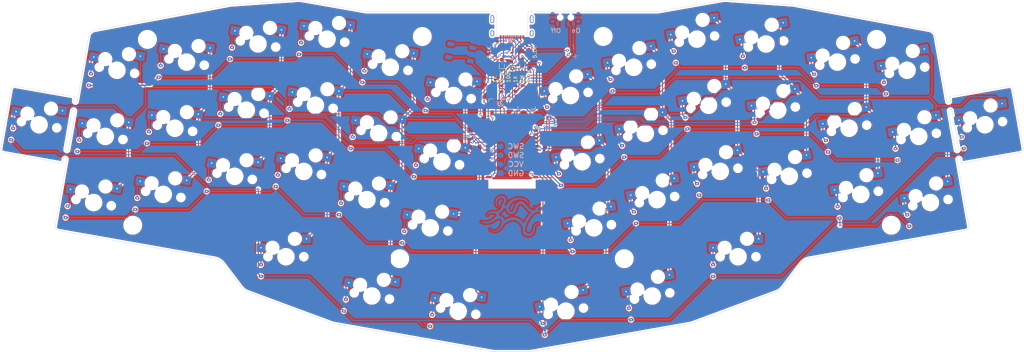
<source format=kicad_pcb>
(kicad_pcb (version 20211014) (generator pcbnew)
  (layers (0 "F.Cu" signal) (31 "B.Cu" signal) (34 "B.Paste" user) (35 "F.Paste" user) (36 "B.SilkS" user "B.Silkscreen") (37 "F.SilkS" user "F.Silkscreen") (38 "B.Mask" user) (39 "F.Mask" user) (44 "Edge.Cuts" user))
  (net 0 "")
  (net 1 "/P1.15")
  (net 2 "Net-(D1-Pad2)")
  (net 3 "Net-(D2-Pad2)")
  (net 4 "Net-(D3-Pad2)")
  (net 5 "Net-(D4-Pad2)")
  (net 6 "Net-(D5-Pad2)")
  (net 7 "Net-(D6-Pad2)")
  (net 8 "Net-(D7-Pad2)")
  (net 9 "Net-(D8-Pad2)")
  (net 10 "Net-(D9-Pad2)")
  (net 11 "Net-(D10-Pad2)")
  (net 12 "Net-(D11-Pad2)")
  (net 13 "Net-(D12-Pad2)")
  (net 14 "/P1.13")
  (net 15 "Net-(D13-Pad2)")
  (net 16 "Net-(D14-Pad2)")
  (net 17 "Net-(D15-Pad2)")
  (net 18 "Net-(D16-Pad2)")
  (net 19 "Net-(D17-Pad2)")
  (net 20 "Net-(D18-Pad2)")
  (net 21 "Net-(D19-Pad2)")
  (net 22 "Net-(D20-Pad2)")
  (net 23 "Net-(D21-Pad2)")
  (net 24 "Net-(D22-Pad2)")
  (net 25 "Net-(D23-Pad2)")
  (net 26 "Net-(D24-Pad2)")
  (net 27 "/P1.10")
  (net 28 "Net-(D25-Pad2)")
  (net 29 "Net-(D26-Pad2)")
  (net 30 "Net-(D27-Pad2)")
  (net 31 "Net-(D28-Pad2)")
  (net 32 "Net-(D29-Pad2)")
  (net 33 "Net-(D30-Pad2)")
  (net 34 "Net-(D31-Pad2)")
  (net 35 "Net-(D32-Pad2)")
  (net 36 "Net-(D33-Pad2)")
  (net 37 "Net-(D34-Pad2)")
  (net 38 "Net-(D35-Pad2)")
  (net 39 "Net-(D36-Pad2)")
  (net 40 "/P1.11")
  (net 41 "Net-(D37-Pad2)")
  (net 42 "Net-(D38-Pad2)")
  (net 43 "Net-(D39-Pad2)")
  (net 44 "Net-(D40-Pad2)")
  (net 45 "Net-(D41-Pad2)")
  (net 46 "Net-(D42-Pad2)")
  (net 47 "Net-(D43-Pad2)")
  (net 48 "Net-(D44-Pad2)")
  (net 49 "Net-(D46-Pad1)")
  (net 50 "/VBUS")
  (net 51 "/VBAT")
  (net 52 "GND")
  (net 53 "/nRF_VDD")
  (net 54 "/SWD")
  (net 55 "/SWC")
  (net 56 "/CC1")
  (net 57 "/DATA+")
  (net 58 "/DATA-")
  (net 60 "/CC2")
  (net 62 "Net-(Q1-Pad3)")
  (net 63 "/BATTERY_PIN")
  (net 64 "/P0.05")
  (net 65 "/P0.04")
  (net 66 "/P0.31")
  (net 67 "/P0.30")
  (net 68 "/P0.29")
  (net 69 "/P0.28")
  (net 70 "/P1.02")
  (net 71 "/P1.01")
  (net 72 "/P1.03")
  (net 73 "/P1.00")
  (net 74 "/P0.22")
  (net 75 "/P0.12")
  (net 77 "/RESET")
  (net 78 "/P1.04")
  (net 82 "/BLUE_LED")
  (net 88 "Net-(R5-Pad2)")
  (net 89 "Net-(R6-Pad1)")
  (net 91 "Net-(D45-Pad1)")
  (net 92 "Net-(D47-Pad1)")
  (footprint "TK44:Switch_Mx_Hotswap_1u" (layer "F.Cu") (at 148.6946 157.8084 -10)
    (fp_text reference "SW28" hide)
    (fp_text value "MX" hide)
  )
  (footprint "TK44:Hole_Mount_M4" (layer "F.Cu") (at 100.2052 173.0706)
    (fp_text reference "H8" hide)
    (fp_text value "Hole_Mount_M4" hide)
  )
  (footprint "TK44:Switch_Mx_Hotswap_1u" (layer "F.Cu") (at 184.5646 173.7984 -10)
    (fp_text reference "SW30" hide)
    (fp_text value "MX" hide)
  )
  (footprint "TK44:Hole_Mount_M4" (layer "F.Cu") (at 239.5859 182.5505)
    (fp_text reference "H4" hide)
    (fp_text value "Hole_Mount_M4" hide)
  )
  (footprint "TK44:R_0603" (layer "F.Cu") (at 206.75 134.31 90)
    (fp_text reference "R8" hide)
    (fp_text value "100K")
  )
  (footprint "TK44:Hole_Mount_M4" (layer "F.Cu") (at 104.3702 120.3682)
    (fp_text reference "H7" hide)
    (fp_text value "Hole_Mount_M4" hide)
  )
  (footprint "TK44:Switch_Mx_Hotswap_1u" (layer "F.Cu") (at 248.8689 165.7973 10)
    (fp_text reference "SW32" hide)
    (fp_text value "MX" hide)
  )
  (footprint "TK44:Switch_Mx_Hotswap_1u" (layer "F.Cu") (at 286.3889 159.1773 10)
    (fp_text reference "SW34" hide)
    (fp_text value "MX" hide)
  )
  (footprint "TK44:Switch_Mx_Hotswap_1u" (layer "F.Cu") (at 135.7246 121.6584 -10)
    (fp_text reference "SW3" hide)
    (fp_text value "MX" hide)
  )
  (footprint "TK44:Switch_Mx_Hotswap_1u" (layer "F.Cu") (at 230.9389 173.7973 10)
    (fp_text reference "SW31" hide)
    (fp_text value "MX" hide)
  )
  (footprint "TK44:R_0603" (layer "F.Cu") (at 212.53 124.01 -90)
    (fp_text reference "R1" hide)
    (fp_text value "5.1K")
  )
  (footprint "TK44:SOT-23-5" (layer "F.Cu") (at 202.98 138.69)
    (fp_text reference "U2" hide)
    (fp_text value "MCP73831" hide)
  )
  (footprint "TK44:Switch_Mx_Hotswap_1u" (layer "F.Cu") (at 108.8546 164.3184 -10)
    (fp_text reference "SW26" hide)
    (fp_text value "MX" hide)
  )
  (footprint "TK44:Switch_Mx_Hotswap_1u" (layer "F.Cu") (at 73.6446 144.5684 -10)
    (fp_text reference "SW37" hide)
    (fp_text value "MX" hide)
  )
  (footprint "TK44:D_SOD-123" (layer "F.Cu") (at 207.89 127 90)
    (fp_text reference "D46" hide)
    (fp_text value "1N5819" hide)
  )
  (footprint "TK44:Switch_Mx_Hotswap_1u" (layer "F.Cu") (at 115.4746 126.7984 -10)
    (fp_text reference "SW2" hide)
    (fp_text value "MX" hide)
  )
  (footprint "TK44:Switch_Mx_Hotswap_1.25u" (layer "F.Cu") (at 271.798 181.99)
    (fp_text reference "SW43" hide)
    (fp_text value "MX" hide)
  )
  (footprint "TK44:Switch_Mx_Hotswap_1u" (layer "F.Cu") (at 173.2446 128.2784 -10)
    (fp_text reference "SW5" hide)
    (fp_text value "MX" hide)
  )
  (footprint "TK44:Switch_Mx_Hotswap_1u" (layer "F.Cu") (at 227.6289 155.0373 10)
    (fp_text reference "SW19" hide)
    (fp_text value "MX" hide)
  )
  (footprint "TK44:Hole_Mount_M4" (layer "F.Cu") (at 233.6015 119.5297)
    (fp_text reference "H3" hide)
    (fp_text value "Hole_Mount_M4" hide)
  )
  (footprint "TK44:Switch_Mx_Hotswap_1u" (layer "F.Cu") (at 92.4146 147.8784 -10)
    (fp_text reference "SW13" hide)
    (fp_text value "MX" hide)
  )
  (footprint "TK44:Switch_Mx_Hotswap_1.25u" (layer "F.Cu") (at 192.4354 197.4297 -10)
    (fp_text reference "SW40" hide)
    (fp_text value "MX" hide)
  )
  (footprint "TK44:Switch_Mx_Hotswap_1u" (layer "F.Cu") (at 169.9346 147.0384 -10)
    (fp_text reference "SW17" hide)
    (fp_text value "MX" hide)
  )
  (footprint "TK44:Switch_Mx_Hotswap_1u" (layer "F.Cu") (at 224.3189 136.2773 10)
    (fp_text reference "SW7" hide)
    (fp_text value "MX" hide)
  )
  (footprint "TK44:Switch_Mx_Hotswap_1u" (layer "F.Cu") (at 323.0789 147.8773 10)
    (fp_text reference "SW24" hide)
    (fp_text value "MX" hide)
  )
  (footprint "TK44:LED_0603" (layer "F.Cu") (at 210.64 126.9899 90)
    (fp_text reference "D45" hide)
    (fp_text value "BLUE" hide)
  )
  (footprint "TK44:Switch_Mx_Hotswap_1u" (layer "F.Cu") (at 300.0189 126.7973 10)
    (fp_text reference "SW11" hide)
    (fp_text value "MX" hide)
  )
  (footprint "TK44:Switch_Mx_Hotswap_1u" (layer "F.Cu") (at 95.7246 129.1184 -10)
    (fp_text reference "SW1" hide)
    (fp_text value "MX" hide)
  )
  (footprint "TK44:SOT-23-5" (layer "F.Cu") (at 212.52 138.69 180)
    (fp_text reference "U3" hide)
    (fp_text value "XC6220-3.3V" hide)
  )
  (footprint "TK44:Switch_Mx_Hotswap_1.25u" (layer "F.Cu") (at 143.588 181.99)
    (fp_text reference "SW38" hide)
    (fp_text value "MX" hide)
  )
  (footprint "TK44:Switch_Mx_Hotswap_1u" (layer "F.Cu") (at 187.8646 155.0384 -10)
    (fp_text reference "SW18" hide)
    (fp_text value "MX" hide)
  )
  (footprint "TK44:Switch_Mx_Hotswap_1u" (layer "F.Cu") (at 279.7689 121.6673 10)
    (fp_text reference "SW10" hide)
    (fp_text value "MX" hide)
  )
  (footprint "TK44:Switch_Mx_Hotswap_1u" (layer "F.Cu") (at 245.5589 147.0373 10)
    (fp_text reference "SW20" hide)
    (fp_text value "MX" hide)
  )
  (footprint "TK44:Switch_Mx_Hotswap_1u" (layer "F.Cu") (at 260.1889 120.2773 10)
    (fp_text reference "SW9" hide)
    (fp_text value "MX" hide)
  )
  (footprint "TK44:Switch_Mx_Hotswap_1u" (layer "F.Cu") (at 155.3046 120.2884 -10)
    (fp_text reference "SW4" hide)
    (fp_text value "MX" hide)
  )
  (footprint "TK44:Switch_Mx_Hotswap_1u" (layer "F.Cu") (at 263.4889 139.0473 10)
    (fp_text reference "SW21" hide)
    (fp_text value "MX" hide)
  )
  (footprint "TK44:LED_0603" (layer "F.Cu") (at 204.86 126.9999 90)
    (fp_text reference "D47" hide)
    (fp_text value "RED" hide)
  )
  (footprint "TK44:Hole_Mount_M4" (layer "F.Cu") (at 182.3135 119.5497)
    (fp_text reference "H6" hide)
    (fp_text value "Hole_Mount_M4" hide)
  )
  (footprint "TK44:Switch_Mx_Hotswap_1u" (layer "F.Cu") (at 341.8489 144.5673 10)
    (fp_text reference "SW44" hide)
    (fp_text value "MX" hide)
  )
  (footprint "TK44:Hole_Mount_M4" (layer "F.Cu") (at 315.2898 173.0706)
    (fp_text reference "H1" hide)
    (fp_text value "Hole_Mount_M4" hide)
  )
  (footprint "TK44:Switch_Mx_Hotswap_1u" (layer "F.Cu") (at 247.4989 193.1273 10)
    (fp_text reference "SW42" hide)
    (fp_text value "MX" hide)
  )
  (footprint "TK44:Switch_Mx_Hotswap_1u" (layer "F.Cu") (at 326.3989 166.6373 10)
    (fp_text reference "SW36" hide)
    (fp_text value "MX" hide)
  )
  (footprint "TK44:Switch_Mx_Hotswap_1u" (layer "F.Cu") (at 319.7789 129.1173 10)
    (fp_text reference "SW12" hide)
    (fp_text value "MX" hide)
  )
  (footprint "TK44:USB-C-C168688" (layer "F.Cu") (at 207.75 115.74)
    (fp_text reference "J3" hide)
    (fp_text value "USB_C_Receptacle_USB2.0" hide)
  )
  (footprint "TK44:Hole_Mount_M4" (layer "F.Cu") (at 175.9091 182.5502)
    (fp_text reference "H5" hide)
    (fp_text value "Hole_Mount_M4" hide)
  )
  (footprint "TK44:Hole_Mount_M4" (layer "F.Cu") (at 311.1249 120.3682)
    (fp_text reference "H2" hide)
    (fp_text value "Hole_Mount_M4" hide)
  )
  (footprint "TK44:Switch_Mx_Hotswap_1.25u" (layer "F.Cu") (at 222.9696 197.446 10)
    (fp_text reference "SW41" hide)
    (fp_text value "MX" hide)
  )
  (footprint "TK44:R_0603" (layer "F.Cu") (at 208.74 134.31 90)
    (fp_text reference "R3" hide)
    (fp_text value "1K")
  )
  (footprint "TK44:R_0603" (layer "F.Cu") (at 204.86 134.32 90)
    (fp_text reference "R6" hide)
    (fp_text value "3.3K")
  )
  (footprint "TK44:Switch_Mx_Hotswap_1u" (layer "F.Cu") (at 191.1746 136.2784 -10)
    (fp_text reference "SW6" hide)
    (fp_text value "MX" hide)
  )
  (footprint "TK44:Switch_Mx_Hotswap_1u" (layer "F.Cu") (at 303.3289 145.5573 10)
    (fp_text reference "SW23" hide)
    (fp_text value "MX" hide)
  )
  (footprint "TK44:R_0603" (layer "F.Cu") (at 202.98 124.01 -90)
    (fp_text reference "R2" hide)
    (fp_text value "5.1K")
  )
  (footprint "TK44:Switch_Mx_Hotswap_1u" (layer "F.Cu") (at 166.6246 165.7984 -10)
    (fp_text reference "SW29" hide)
    (fp_text value "MX" hide)
  )
  (footprint "TK44:Switch_Mx_Hotswap_1u" (layer "F.Cu") (at 168.0046 193.1184 -10)
    (fp_text reference "SW39" hide)
    (fp_text value "MX" hide)
  )
  (footprint "TK44:Holyiot-18010-nRF52840" (layer "F.Cu") (at 207.75 153.73 180)
    (fp_text reference "U1" hide)
    (fp_text value "HOLYIOT-18010" hide)
  )
  (footprint "TK44:Switch_Mx_Hotswap_1u" (layer "F.Cu") (at 306.6389 164.3173 10)
    (fp_text reference "SW35" hide)
    (fp_text value "MX" hide)
  )
  (footprint "TK44:Switch_Mx_Hotswap_1u" (layer "F.Cu") (at 89.1046 166.6384 -10)
    (fp_text reference "SW25" hide)
    (fp_text value "MX" hide)
  )
  (footprint "TK44:Switch_Mx_Hotswap_1u" (layer "F.Cu") (at 242.2489 128.2773 10)
    (fp_text reference "SW8" hide)
    (fp_text value "MX" hide)
  )
  (footprint "TK44:R_0603" (layer "F.Cu") (at 202.98 134.32 -90)
    (fp_text reference "R5" hide)
    (fp_text value "1K")
  )
  (footprint "TK44:R_0603" (layer "F.Cu") (at 210.63 134.32 90)
    (fp_text reference "R7" hide)
    (fp_text value "2M")
  )
  (footprint "TK44:Switch_Mx_Hotswap_1u" (layer "F.Cu") (at 152.0046 139.0484 -10)
    (fp_text reference "SW16" hide)
    (fp_text value "MX" hide)
  )
  (footprint "TK44:Switch_Mx_Hotswap_1u" (layer "F.Cu") (at 266.7989 157.7973 10)
    (fp_text reference "SW33" hide)
    (fp_text value "MX" hide)
  )
  (footprint "TK44:Switch_Mx_Hotswap_1u" (layer "F.Cu") (at 112.1646 145.5584 -10)
    (fp_text reference "SW14" hide)
    (fp_text value "MX" hide)
  )
  (footprint "TK44:Switch_Mx_Hotswap_1u" (layer "F.Cu") (at 283.0889 140.4273 10)
    (fp_text reference "SW22" hide)
    (fp_text value "MX" hide)
  )
  (footprint "TK44:Switch_Mx_Hotswap_1u" (layer "F.Cu") (at 129.1046 159.1884 -10)
    (fp_text reference "SW27" hide)
    (fp_text value "MX" hide)
  )
  (footprint "TK44:Connector_THT_1x4_2.54" (layer "F.Cu") (at 204.52 154.49 180)
    (fp_text reference "J2" hide)
    (fp_text value "SWD")
  )
  (footprint "TK44:SOT-23" (layer "F.Cu") (at 207.75 138.69 180)
    (fp_text reference "Q1" hide)
    (fp_text value "AO3407" hide)
  )
  (footprint "TK44:R_0603" (layer "F.Cu") (at 212.52 134.32 -90)
    (fp_text reference "R4" hide)
    (fp_text value "810K")
  )
  (footprint "TK44:Switch_Mx_Hotswap_1u" (layer "F.Cu") (at 132.4146 140.4284 -10)
    (fp_text reference "SW15" hide)
    (fp_text value "MX" hide)
  )
  (footprint "TK44:D_SOD-123" (layer "B.Cu") (at 165.59 130.91 80)
    (fp_text reference "D5" hide)
    (fp_text value "1N5819" hide)
  )
  (footprint "TK44:D_SOD-123" (layer "B.Cu") (at 81.45 169.27 80)
    (fp_text reference "D25" hide)
    (fp_text value "1N5819" hide)
  )
  (footprint "TK44:D_SOD-123" (layer "B.Cu") (at 242.58 170.89 100)
    (fp_text reference "D32" hide)
    (fp_text value "1N5819" hide)
  )
  (footprint "TK44:D_SOD-123" (layer "B.Cu") (at 218.0108 141.2265 100)
    (fp_text reference "D7" hide)
    (fp_text value "1N5819" hide)
  )
  (footprint "TK44:D_SOD-123" (layer "B.Cu") (at 141.04 160.44 80)
    (fp_text reference "D28" hide)
    (fp_text value "1N5819" hide)
  )
  (footprint "TK44:MSK-12C02" (layer "B.Cu") (at 222.93 114.15 180)
    (fp_text reference "SW45" hide)
    (fp_text value "SW_DPDT" hide)
  )
  (footprint "TK44:K2-1187SQ" (layer "B.Cu") (at 193.14 124.08 -10)
    (fp_text reference "SWT1" hide)
    (fp_text value "SW_Push" hide)
  )
  (footprint "TK44:D_SOD-123" (layer "B.Cu") (at 257.2 144.14 100)
    (fp_text reference "D21" hide)
    (fp_text value "1N5819" hide)
  )
  (footprint "TK44:D_SOD-123" (layer "B.Cu") (at 235.96 133.37 100)
    (fp_text reference "D8" hide)
    (fp_text value "1N5819" hide)
  )
  (footprint "TK44:D_SOD-123" (layer "B.Cu") (at 183.52 138.91 80)
    (fp_text reference "D6" hide)
    (fp_text value "1N5819" hide)
  )
  (footprint "TK44:D_SOD-123" (layer "B.Cu") (at 104.51 148.19 80)
    (fp_text reference "D14" hide)
    (fp_text value "1N5819" hide)
  )
  (footprint "TK44:D_SOD-123" (layer "B.Cu") (at 147.65 122.92 80)
    (fp_text reference "D4" hide)
    (fp_text value "1N5819" hide)
  )
  (footprint "TK44:D_SOD-123" (layer "B.Cu") (at 297.04 150.65 100)
    (fp_text reference "D23" hide)
    (fp_text value "1N5819" hide)
  )
  (footprint "TK44:D_SOD-123" (layer "B.Cu") (at 66 147.2 80)
    (fp_text reference "D37" hide)
    (fp_text value "1N5819" hide)
  )
  (footprint "TK44:D_SOD-123" (layer "B.Cu") (at 180.21 157.67 80)
    (fp_text reference "D18" hide)
    (fp_text value "1N5819" hide)
  )
  (footprint "TK44:D_SOD-123" (layer "B.Cu") (at 128.07 124.29 80)
    (fp_text reference "D3" hide)
    (fp_text value "1N5819" hide)
  )
  (footprint "TK44:D_SOD-123" (layer "B.Cu") (at 264.77 185.91 90)
    (fp_text reference "D43" hide)
    (fp_text value "1N5819" hide)
  )
  (footprint "TK44:D_SOD-123" (layer "B.Cu") (at 107.82 129.43 80)
    (fp_text reference "D2" hide)
    (fp_text value "1N5819" hide)
  )
  (footprint "TK44:D_SOD-123" (layer "B.Cu") (at 313.49 134.21 100)
    (fp_text reference "D12" hide)
    (fp_text value "1N5819" hide)
  )
  (footprint "TK44:D_SOD-123" (layer "B.Cu") (at 136.56 185.91 90)
    (fp_text reference "D38" hide)
    (fp_text value "1N5819" hide)
  )
  (footprint "TK44:D_SOD-123" (layer "B.Cu") (at 276.8 145.52 100)
    (fp_text reference "D22" hide)
    (fp_text value "1N5819" hide)
  )
  (footprint "TK44:Battery_Connector" (layer "B.Cu") (at 223.5965 124.0808 100)
    (fp_text reference "J1" hide)
    (fp_text value "BATT" hide)
  )
  (footprint "TK44:D_SOD-123" (layer "B.Cu") (at 101.2 166.95 80)
    (fp_text reference "D26" hide)
    (fp_text value "1N5819" hide)
  )
  (footprint "TK44:D_SOD-123" (layer "B.Cu") (at 320.11 171.73 100)
    (fp_text reference "D36" hide)
    (fp_text value "1N5819" hide)
  )
  (footprint "TK44:D_SOD-123" (layer "B.Cu") (at 121.45 161.82 80)
    (fp_text reference "D27" hide)
    (fp_text value "1N5819" hide)
  )
  (footprint "TK44:D_SOD-123" (layer "B.Cu") (at 239.27 152.13 100)
    (fp_text reference "D20" hide)
    (fp_text value "1N5819" hide)
  )
  (footprint "TK44:D_SOD-123" (layer "B.Cu") (at 144.35 141.68 80)
    (fp_text reference "D16" hide)
    (fp_text value "1N5819" hide)
  )
  (footprint "TK44:D_SOD-123" (layer "B.Cu") (at 293.73 131.89 100)
    (fp_text reference "D11" hide)
    (fp_text value "1N5819" hide)
  )
  (footprint "TK44:D_SOD-123" (layer "B.Cu") (at 224.65 178.89 100)
    (fp_text reference "D31" hide)
    (fp_text value "1N5819" hide)
  )
  (footprint "TK44:D_SOD-123" (layer "B.Cu") (at 300.35 169.41 100)
    (fp_text reference "D35" hide)
    (fp_text value "1N5819" hide)
  )
  (footprint "TK44:D_SOD-123" (layer "B.Cu") (at 253.9 125.37 100)
    (fp_text reference "D9" hide)
    (fp_text value "1N5819" hide)
  )
  (footprint "TK44:D_SOD-123" (layer "B.Cu") (at 335.56 149.66 100)
    (fp_text reference "D44" hide)
    (fp_text value "1N5819" hide)
  )
  (footprint "TK44:D_SOD-123" (layer "B.Cu") (at 184.83 200.07 80)
    (fp_text reference "D40" hide)
    (fp_text value "1N5819" hide)
  )
  (footprint "TK44:D_SOD-123" (layer "B.Cu") (at 280.1 164.27 100)
    (fp_text reference "D34" hide)
    (fp_text value "1N5819" hide)
  )
  (footprint "TK44:logo" (layer "B.Cu") (at 207.75 170.44 180)
    (fp_text reference "LOGO1" hide)
    (fp_text value "LOGO" hide)
  )
  (footprint "TK44:D_SOD-123" (layer "B.Cu") (at 88.07 131.75 80)
    (fp_text reference "D1" hide)
    (fp_text value "1N5819" hide)
  )
  (footprint "TK44:D_SOD-123" (layer "B.Cu") (at 160.35 195.75 80)
    (fp_text reference "D39" hide)
    (fp_text value "1N5819" hide)
  )
  (footprint "TK44:D_SOD-123" (layer "B.Cu") (at 241.21 198.22 100)
    (fp_text reference "D42" hide)
    (fp_text value "1N5819" hide)
  )
  (footprint "TK44:D_SOD-123" (layer "B.Cu") (at 162.28 149.67 80)
    (fp_text reference "D17" hide)
    (fp_text value "1N5819" hide)
  )
  (footprint "TK44:D_SOD-123" (layer "B.Cu") (at 124.76 143.06 80)
    (fp_text reference "D15" hide)
    (fp_text value "1N5819" hide)
  )
  (footprint "TK44:D_SOD-123" (layer "B.Cu") (at 260.51 162.89 100)
    (fp_text reference "D33" hide)
    (fp_text value "1N5819" hide)
  )
  (footprint "TK44:D_SOD-123" (layer "B.Cu") (at 316.79 152.97 100)
    (fp_text reference "D24" hide)
    (fp_text value "1N5819" hide)
  )
  (footprint "TK44:D_SOD-123" (layer "B.Cu") (at 84.76 150.51 80)
    (fp_text reference "D13" hide)
    (fp_text value "1N5819" hide)
  )
  (footprint "TK44:D_SOD-123" (layer "B.Cu") (at 273.48 126.76 100)
    (fp_text reference "D10" hide)
    (fp_text value "1N5819" hide)
  )
  (footprint "TK44:D_SOD-123" (layer "B.Cu") (at 221.34 160.13 100)
    (fp_text reference "D19" hide)
    (fp_text value "1N5819" hide)
  )
  (footprint "TK44:D_SOD-123" (layer "B.Cu") (at 216.73 202.53 100)
    (fp_text reference "D41" hide)
    (fp_text value "1N5819" hide)
  )
  (footprint "TK44:D_SOD-123" (layer "B.Cu") (at 176.91 176.43 80)
    (fp_text reference "D30" hide)
    (fp_text value "1N5819" hide)
  )
  (footprint "TK44:D_SOD-123" (layer "B.Cu") (at 158.97 168.43 80)
    (fp_text reference "D29" hide)
    (fp_text value "1N5819" hide)
  )
  (gr_line (start 249.496414 112.49525) (end 267.427422 109.33353) (layer "Edge.Cuts") (width 0.1))
  (gr_line (start 212.275006 119.17) (end 212.275006 112.556019) (layer "Edge.Cuts") (width 0.1))
  (gr_arc (start 87.752206 119.44956) (mid 88.300933 118.389691) (end 89.355427 117.830704) (layer "Edge.Cuts") (width 0.1))
  (gr_arc (start 65.750649 134.522013) (mid 66.16188 133.87651) (end 66.909104 133.710854) (layer "Edge.Cuts") (width 0.1))
  (gr_arc (start 258.868909 200.726112) (mid 258.52633 200.83563) (end 258.175304 200.913955) (layer "Edge.Cuts") (width 0.1))
  (gr_line (start 212.275006 119.17) (end 203.22 119.17) (layer "Edge.Cuts") (width 0.1))
  (gr_line (start 287.272686 110.614134) (end 268.403565 109.282682) (layer "Edge.Cuts") (width 0.1))
  (gr_line (start 336.44131 174.540027) (end 292.063742 182.36499) (layer "Edge.Cuts") (width 0.1))
  (gr_line (start 87.752206 119.44956) (end 84.49 137.98) (layer "Edge.Cuts") (width 0.1))
  (gr_arc (start 333.923236 154.470995) (mid 334.372498 153.830179) (end 335.013314 154.27944) (layer "Edge.Cuts") (width 0.1))
  (gr_line (start 80.27 155.41) (end 80.481693 154.27944) (layer "Edge.Cuts") (width 0.1))
  (gr_arc (start 80.481693 154.27944) (mid 81.12251 153.830179) (end 81.571771 154.470995) (layer "Edge.Cuts") (width 0.1))
  (gr_line (start 79.053697 174.540027) (end 123.431265 182.36499) (layer "Edge.Cuts") (width 0.1))
  (gr_line (start 156.626097 200.726112) (end 132.828994 191.920013) (layer "Edge.Cuts") (width 0.1))
  (gr_arc (start 348.585902 133.710854) (mid 349.333127 133.876509) (end 349.744358 134.522013) (layer "Edge.Cuts") (width 0.1))
  (gr_line (start 332.095084 137.788445) (end 331.895007 136.65) (layer "Edge.Cuts") (width 0.1))
  (gr_arc (start 326.13958 117.830704) (mid 327.194075 118.38969) (end 327.742801 119.44956) (layer "Edge.Cuts") (width 0.1))
  (gr_arc (start 132.828994 191.920013) (mid 131.838135 191.38438) (end 131.036056 190.593575) (layer "Edge.Cuts") (width 0.1))
  (gr_arc (start 79.053697 174.540027) (mid 78.408193 174.128796) (end 78.242537 173.381571) (layer "Edge.Cuts") (width 0.1))
  (gr_arc (start 352.705059 151.312986) (mid 352.539403 152.06021) (end 351.8939 152.471441) (layer "Edge.Cuts") (width 0.1))
  (gr_arc (start 332.095085 137.788445) (mid 331.645823 138.429261) (end 331.005007 137.98) (layer "Edge.Cuts") (width 0.1))
  (gr_line (start 127.995056 110.630171) (end 89.355427 117.830704) (layer "Edge.Cuts") (width 0.1))
  (gr_arc (start 331.504035 140.745675) (mid 331.953297 140.104859) (end 332.594113 140.55412) (layer "Edge.Cuts") (width 0.1))
  (gr_arc (start 157.319702 200.913955) (mid 156.968676 200.83563) (end 156.626097 200.726112) (layer "Edge.Cuts") (width 0.1))
  (gr_arc (start 84.49 137.98) (mid 83.849183 138.429261) (end 83.399922 137.788445) (layer "Edge.Cuts") (width 0.1))
  (gr_arc (start 82.900894 140.55412) (mid 83.541711 140.104859) (end 83.990972 140.745675) (layer "Edge.Cuts") (width 0.1))
  (gr_line (start 332.594113 140.55412) (end 334.514286 151.513765) (layer "Edge.Cuts") (width 0.1))
  (gr_arc (start 249.496414 112.49525) (mid 249.150444 112.540798) (end 248.801821 112.556019) (layer "Edge.Cuts") (width 0.1))
  (gr_line (start 331.005007 137.98) (end 327.742801 119.44956) (layer "Edge.Cuts") (width 0.1))
  (gr_line (start 335.013314 154.27944) (end 335.225007 155.41) (layer "Edge.Cuts") (width 0.1))
  (gr_line (start 80.27 155.41) (end 63.601107 152.471441) (layer "Edge.Cuts") (width 0.1))
  (gr_line (start 127.995056 110.630171) (end 147.091442 109.282682) (layer "Edge.Cuts") (width 0.1))
  (gr_arc (start 166.693185 112.556019) (mid 166.344562 112.540798) (end 165.998593 112.49525) (layer "Edge.Cuts") (width 0.1))
  (gr_line (start 352.705059 151.312986) (end 349.744358 134.522013) (layer "Edge.Cuts") (width 0.1))
  (gr_line (start 202.208019 208.828977) (end 157.319702 200.913955) (layer "Edge.Cuts") (width 0.1))
  (gr_arc (start 63.601107 152.471441) (mid 62.955604 152.06021) (end 62.789947 151.312986) (layer "Edge.Cuts") (width 0.1))
  (gr_line (start 348.585902 133.710854) (end 331.895007 136.65) (layer "Edge.Cuts") (width 0.1))
  (gr_line (start 203.22 112.556019) (end 203.22 119.17) (layer "Edge.Cuts") (width 0.1))
  (gr_arc (start 289.577199 183.879272) (mid 290.677749 182.887774) (end 292.063742 182.36499) (layer "Edge.Cuts") (width 0.1))
  (gr_arc (start 337.25247 173.381571) (mid 337.086814 174.128796) (end 336.44131 174.540027) (layer "Edge.Cuts") (width 0.1))
  (gr_arc (start 213.286987 208.828977) (mid 212.941018 208.874525) (end 212.592395 208.889746) (layer "Edge.Cuts") (width 0.1))
  (gr_line (start 81.571771 154.470995) (end 78.242537 173.381571) (layer "Edge.Cuts") (width 0.1))
  (gr_line (start 213.286987 208.828977) (end 258.175304 200.913955) (layer "Edge.Cuts") (width 0.1))
  (gr_line (start 284.45895 190.593575) (end 289.577199 183.879272) (layer "Edge.Cuts") (width 0.1))
  (gr_line (start 202.902612 208.889746) (end 212.592395 208.889746) (layer "Edge.Cuts") (width 0.1))
  (gr_line (start 335.225007 155.41) (end 351.8939 152.471441) (layer "Edge.Cuts") (width 0.1))
  (gr_arc (start 82.070799 151.70532) (mid 81.429982 152.154581) (end 80.980721 151.513765) (layer "Edge.Cuts") (width 0.1))
  (gr_line (start 82.070799 151.70532) (end 83.990972 140.745675) (layer "Edge.Cuts") (width 0.1))
  (gr_line (start 287.723925 110.671908) (end 326.13958 117.830704) (layer "Edge.Cuts") (width 0.1))
  (gr_line (start 331.504035 140.745675) (end 333.424208 151.70532) (layer "Edge.Cuts") (width 0.1))
  (gr_line (start 148.067585 109.33353) (end 165.998593 112.49525) (layer "Edge.Cuts") (width 0.1))
  (gr_arc (start 202.902612 208.889746) (mid 202.553989 208.874525) (end 202.208019 208.828977) (layer "Edge.Cuts") (width 0.1))
  (gr_arc (start 334.514286 151.513765) (mid 334.065024 152.154581) (end 333.424208 151.70532) (layer "Edge.Cuts") (width 0.1))
  (gr_line (start 83.6 136.65) (end 83.399923 137.788445) (layer "Edge.Cuts") (width 0.1))
  (gr_line (start 258.868909 200.726112) (end 282.666012 191.920013) (layer "Edge.Cuts") (width 0.1))
  (gr_arc (start 284.45895 190.593575) (mid 283.656871 191.38438) (end 282.666012 191.920013) (layer "Edge.Cuts") (width 0.1))
  (gr_line (start 337.25247 173.381571) (end 333.923236 154.470995) (layer "Edge.Cuts") (width 0.1))
  (gr_arc (start 287.272686 110.614134) (mid 287.499125 110.63662) (end 287.723925 110.671908) (layer "Edge.Cuts") (width 0.1))
  (gr_line (start 131.036056 190.593575) (end 125.917808 183.879272) (layer "Edge.Cuts") (width 0.1))
  (gr_arc (start 123.431265 182.36499) (mid 124.817257 182.887774) (end 125.917808 183.879272) (layer "Edge.Cuts") (width 0.1))
  (gr_line (start 80.980721 151.513765) (end 82.900894 140.55412) (layer "Edge.Cuts") (width 0.1))
  (gr_line (start 166.693185 112.556019) (end 203.22 112.556019) (layer "Edge.Cuts") (width 0.1))
  (gr_arc (start 147.091442 109.282682) (mid 147.581069 109.278254) (end 148.067585 109.33353) (layer "Edge.Cuts") (width 0.1))
  (gr_arc (start 267.427422 109.33353) (mid 267.913938 109.278254) (end 268.403565 109.282682) (layer "Edge.Cuts") (width 0.1))
  (gr_line (start 65.750649 134.522013) (end 62.789947 151.312986) (layer "Edge.Cuts") (width 0.1))
  (gr_line (start 83.6 136.65) (end 66.909104 133.710854) (layer "Edge.Cuts") (width 0.1))
  (gr_line (start 212.275006 112.556019) (end 248.801821 112.556019) (layer "Edge.Cuts") (width 0.1))
  (gr_text "SWD" (at 208.88 153.22) (layer "B.SilkS") (effects (font (size 1.5 1.5) (thickness 0.25)) (justify mirror)))
  (gr_text "GND" (at 208.88 158.35) (layer "B.SilkS") (effects (font (size 1.5 1.5) (thickness 0.25)) (justify mirror)))
  (gr_text "SWC" (at 208.88 150.68) (layer "B.SilkS") (effects (font (size 1.5 1.5) (thickness 0.25)) (justify mirror)))
  (gr_text "VCC" (at 208.88 155.76) (layer "B.SilkS") (effects (font (size 1.5 1.5) (thickness 0.25)) (justify mirror)))
  (segment (start 218.2973 151.587) (end 218.2973 142.8514) (width 0.25) (layer "F.Cu") (net 1))
  (segment (start 87.783481 133.374933) (end 105.213481 133.374933) (width 0.3) (layer "F.Cu") (net 1))
  (segment (start 105.213481 133.374933) (end 107.533481 131.054933) (width 0.3) (layer "F.Cu") (net 1))
  (segment (start 214.5 155.03) (end 214.8543 155.03) (width 0.25) (layer "F.Cu") (net 1))
  (segment (start 214.8543 155.03) (end 218.2973 151.587) (width 0.25) (layer "F.Cu") (net 1))
  (segment (start 216.1696 140.7237) (end 218.2973 142.8514) (width 0.25) (layer "B.Cu") (net 1))
  (segment (start 107.5335 131.0549) (end 122.6435 131.0549) (width 0.25) (layer "B.Cu") (net 1))
  (segment (start 236.2465 134.9949) (end 228.39 142.8514) (width 0.25) (layer "B.Cu") (net 1))
  (segment (start 157.3135 124.5449) (end 165.3035 132.5349) (width 0.25) (layer "B.Cu") (net 1))
  (segment (start 127.7835 125.9149) (end 145.9935 125.9149) (width 0.25) (layer "B.Cu") (net 1))
  (segment (start 183.2335 140.5349) (end 183.4223 140.7237) (width 0.25) (layer "B.Cu") (net 1))
  (segment (start 273.7665 128.3849) (end 255.1464 128.3849) (width 0.25) (layer "B.Cu") (net 1))
  (segment (start 255.1464 128.3849) (end 248.5364 134.9949) (width 0.25) (layer "B.Cu") (net 1))
  (segment (start 294.0165 133.5149) (end 288.8865 128.3849) (width 0.25) (layer "B.Cu") (net 1))
  (segment (start 311.4565 133.5149) (end 294.0165 133.5149) (width 0.25) (layer "B.Cu") (net 1))
  (segment (start 183.2335 140.5349) (end 175.2335 132.5349) (width 0.25) (layer "B.Cu") (net 1))
  (segment (start 228.39 142.8514) (end 218.2973 142.8514) (width 0.25) (layer "B.Cu") (net 1))
  (segment (start 122.6435 131.0549) (end 127.7835 125.9149) (width 0.25) (layer "B.Cu") (net 1))
  (segment (start 147.3635 124.5449) (end 157.3135 124.5449) (width 0.25) (layer "B.Cu") (net 1))
  (segment (start 254.1865 126.9949) (end 255.1464 127.9548) (width 0.25) (layer "B.Cu") (net 1))
  (segment (start 175.2335 132.5349) (end 165.3035 132.5349) (width 0.25) (layer "B.Cu") (net 1))
  (segment (start 183.4223 140.7237) (end 216.1696 140.7237) (width 0.25) (layer "B.Cu") (net 1))
  (segment (start 313.7765 135.8349) (end 311.4565 133.5149) (width 0.25) (layer "B.Cu") (net 1))
  (segment (start 145.9935 125.9149) (end 147.3635 124.5449) (width 0.25) (layer "B.Cu") (net 1))
  (segment (start 288.8865 128.3849) (end 273.7665 128.3849) (width 0.25) (layer "B.Cu") (net 1))
  (segment (start 255.1464 127.9548) (end 255.1464 128.3849) (width 0.25) (layer "B.Cu") (net 1))
  (segment (start 248.5364 134.9949) (end 236.2465 134.9949) (width 0.25) (layer "B.Cu") (net 1))
  (segment (start 88.3565 126.2185) (end 89.1883 125.3867) (width 0.25) (layer "F.Cu") (net 2))
  (segment (start 88.3565 130.1251) (end 88.3565 126.2185) (width 0.25) (layer "F.Cu") (net 2))
  (segment (start 108.1065 123.8985) (end 108.9383 123.0667) (width 0.25) (layer "B.Cu") (net 3))
  (segment (start 108.1065 127.8051) (end 108.1065 123.8985) (width 0.25) (layer "B.Cu") (net 3))
  (segment (start 128.3565 122.6651) (end 128.3565 118.7585) (width 0.25) (layer "B.Cu") (net 4))
  (segment (start 128.3565 118.7585) (end 129.1883 117.9267) (width 0.25) (layer "B.Cu") (net 4))
  (segment (start 147.9365 117.3885) (end 148.7683 116.5567) (width 0.25) (layer "B.Cu") (net 5))
  (segment (start 147.9365 121.2951) (end 147.9365 117.3885) (width 0.25) (layer "B.Cu") (net 5))
  (segment (start 165.8765 129.2851) (end 165.8765 125.3785) (width 0.25) (layer "B.Cu") (net 6))
  (segment (start 165.8765 125.3785) (end 166.7083 124.5467) (width 0.25) (layer "B.Cu") (net 6))
  (segment (start 183.8065 133.3785) (end 184.6383 132.5467) (width 0.25) (layer "B.Cu") (net 7))
  (segment (start 183.8065 137.2851) (end 183.8065 133.3785) (width 0.25) (layer "B.Cu") (net 7))
  (segment (start 217.7243 139.6016) (end 216.9005 138.7778) (width 0.25) (layer "F.Cu") (net 8))
  (segment (start 216.9005 138.7778) (end 216.9005 135.0062) (width 0.25) (layer "F.Cu") (net 8))
  (segment (start 235.6735 131.7451) (end 234.8305 130.9021) (width 0.25) (layer "F.Cu") (net 9))
  (segment (start 234.8305 130.9021) (end 234.8305 127.0062) (width 0.25) (layer "F.Cu") (net 9))
  (segment (start 252.7705 122.9021) (end 252.7705 119.0062) (width 0.25) (layer "F.Cu") (net 10))
  (segment (start 253.6135 123.7451) (end 252.7705 122.9021) (width 0.25) (layer "F.Cu") (net 10))
  (segment (start 273.1935 121.2392) (end 272.3505 120.3962) (width 0.25) (layer "F.Cu") (net 11))
  (segment (start 273.1935 125.1351) (end 273.1935 121.2392) (width 0.25) (layer "F.Cu") (net 11))
  (segment (start 292.6005 129.4221) (end 292.6005 125.5262) (width 0.25) (layer "F.Cu") (net 12))
  (segment (start 293.4435 130.2651) (end 292.6005 129.4221) (width 0.25) (layer "F.Cu") (net 12))
  (segment (start 313.2035 128.6892) (end 312.3605 127.8462) (width 0.25) (layer "F.Cu") (net 13))
  (segment (start 313.2035 132.5851) (end 313.2035 128.6892) (width 0.25) (layer "F.Cu") (net 13))
  (segment (start 216.0016 156.13) (end 214.5 156.13) (width 0.25) (layer "F.Cu") (net 14))
  (segment (start 221.6265 161.7549) (end 216.0016 156.13) (width 0.25) (layer "F.Cu") (net 14))
  (segment (start 179.9235 159.2949) (end 180.1448 159.5162) (width 0.25) (layer "B.Cu") (net 14))
  (segment (start 84.4735 152.1349) (end 101.9035 152.1349) (width 0.25) (layer "B.Cu") (net 14))
  (segment (start 142.6835 144.6849) (end 144.0635 143.3049) (width 0.25) (layer "B.Cu") (net 14))
  (segment (start 249.4965 153.7549) (end 257.4865 145.7649) (width 0.25) (layer "B.Cu") (net 14))
  (segment (start 101.9035 152.1349) (end 104.2235 149.8149) (width 0.25) (layer "B.Cu") (net 14))
  (segment (start 180.1448 159.5162) (end 219.3878 159.5162) (width 0.25) (layer "B.Cu") (net 14))
  (segment (start 219.3878 159.5162) (end 221.6265 161.7549) (width 0.25) (layer "B.Cu") (net 14))
  (segment (start 292.1965 147.1449) (end 277.0865 147.1449) (width 0.25) (layer "B.Cu") (net 14))
  (segment (start 221.6265 161.7549) (end 231.5565 161.7549) (width 0.25) (layer "B.Cu") (net 14))
  (segment (start 161.9935 151.2949) (end 171.9235 151.2949) (width 0.25) (layer "B.Cu") (net 14))
  (segment (start 154.0035 143.3049) (end 161.9935 151.2949) (width 0.25) (layer "B.Cu") (net 14))
  (segment (start 299.6465 154.5949) (end 297.3265 152.2749) (width 0.25) (layer "B.Cu") (net 14))
  (segment (start 124.4735 144.6849) (end 119.3435 149.8149) (width 0.25) (layer "B.Cu") (net 14))
  (segment (start 171.9235 151.2949) (end 179.9235 159.2949) (width 0.25) (layer "B.Cu") (net 14))
  (segment (start 275.7065 145.7649) (end 277.0865 147.1449) (width 0.25) (layer "B.Cu") (net 14))
  (segment (start 124.4735 144.6849) (end 142.6835 144.6849) (width 0.25) (layer "B.Cu") (net 14))
  (segment (start 119.3435 149.8149) (end 104.2235 149.8149) (width 0.25) (layer "B.Cu") (net 14))
  (segment (start 257.4865 145.7649) (end 275.7065 145.7649) (width 0.25) (layer "B.Cu") (net 14))
  (segment (start 297.3265 152.2749) (end 292.1965 147.1449) (width 0.25) (layer "B.Cu") (net 14))
  (segment (start 231.5565 161.7549) (end 239.5565 153.7549) (width 0.25) (layer "B.Cu") (net 14))
  (segment (start 239.5565 153.7549) (end 249.4965 153.7549) (width 0.25) (layer "B.Cu") (net 14))
  (segment (start 317.0765 154.5949) (end 299.6465 154.5949) (width 0.25) (layer "B.Cu") (net 14))
  (segment (start 144.0635 143.3049) (end 154.0035 143.3049) (width 0.25) (layer "B.Cu") (net 14))
  (segment (start 85.0465 148.8851) (end 85.0465 144.9785) (width 0.25) (layer "B.Cu") (net 15))
  (segment (start 85.0465 144.9785) (end 85.8783 144.1467) (width 0.25) (layer "B.Cu") (net 15))
  (segment (start 104.7965 142.6585) (end 105.6283 141.8267) (width 0.25) (layer "B.Cu") (net 16))
  (segment (start 104.7965 146.5651) (end 104.7965 142.6585) (width 0.25) (layer "B.Cu") (net 16))
  (segment (start 125.0465 141.4351) (end 125.0465 137.5285) (width 0.25) (layer "B.Cu") (net 17))
  (segment (start 125.0465 137.5285) (end 125.8783 136.6967) (width 0.25) (layer "B.Cu") (net 17))
  (segment (start 144.6365 140.0551) (end 144.6365 136.1485) (width 0.25) (layer "B.Cu") (net 18))
  (segment (start 144.6365 136.1485) (end 145.4683 135.3167) (width 0.25) (layer "B.Cu") (net 18))
  (segment (start 162.5665 148.0451) (end 162.5665 144.1385) (width 0.25) (layer "B.Cu") (net 19))
  (segment (start 162.5665 144.1385) (end 163.3983 143.3067) (width 0.25) (layer "B.Cu") (net 19))
  (segment (start 180.4965 156.0451) (end 180.4965 152.1385) (width 0.25) (layer "B.Cu") (net 20))
  (segment (start 180.4965 152.1385) (end 181.3283 151.3067) (width 0.25) (layer "B.Cu") (net 20))
  (segment (start 221.0535 158.5051) (end 220.2105 157.6621) (width 0.25) (layer "F.Cu") (net 21))
  (segment (start 220.2105 157.6621) (end 220.2105 153.7662) (width 0.25) (layer "F.Cu") (net 21))
  (segment (start 238.9835 150.5051) (end 238.1405 149.6621) (width 0.25) (layer "F.Cu") (net 22))
  (segment (start 238.1405 149.6621) (end 238.1405 145.7662) (width 0.25) (layer "F.Cu") (net 22))
  (segment (start 256.9135 142.5151) (end 256.0705 141.6721) (width 0.25) (layer "F.Cu") (net 23))
  (segment (start 256.0705 141.6721) (end 256.0705 137.7762) (width 0.25) (layer "F.Cu") (net 23))
  (segment (start 276.5135 139.9992) (end 275.6705 139.1562) (width 0.25) (layer "F.Cu") (net 24))
  (segment (start 276.5135 143.8951) (end 276.5135 139.9992) (width 0.25) (layer "F.Cu") (net 24))
  (segment (start 296.7535 149.0251) (end 295.9105 148.1821) (width 0.25) (layer "F.Cu") (net 25))
  (segment (start 295.9105 148.1821) (end 295.9105 144.2862) (width 0.25) (layer "F.Cu") (net 25))
  (segment (start 316.5035 147.4492) (end 315.6605 146.6062) (width 0.25) (layer "F.Cu") (net 26))
  (segment (start 316.5035 151.3451) (end 316.5035 147.4492) (width 0.25) (layer "F.Cu") (net 26))
  (segment (start 220.9011 176.4795) (end 220.9011 163.2937) (width 0.25) (layer "F.Cu") (net 27))
  (segment (start 300.7329 171.1313) (end 300.7329 173.0908) (width 0.25) (layer "F.Cu") (net 27))
  (segment (start 224.9365 180.5149) (end 220.9011 176.4795) (width 0.25) (layer "F.Cu") (net 27))
  (segment (start 300.6365 171.0349) (end 300.7329 171.1313) (width 0.25) (layer "F.Cu") (net 27))
  (segment (start 214.8374 157.23) (end 214.5 157.23) (width 0.25) (layer "F.Cu") (net 27))
  (segment (start 220.9011 163.2937) (end 214.8374 157.23) (width 0.25) (layer "F.Cu") (net 27))
  (via (at 300.7329 173.0908) (size 0.6) (drill 0.3) (layers "F.Cu" "B.Cu") (net 27))
  (segment (start 314.2157 169.94) (end 311.0649 173.0908) (width 0.25) (layer "B.Cu") (net 27))
  (segment (start 179.0835 180.5149) (end 176.6235 178.0549) (width 0.25) (layer "B.Cu") (net 27))
  (segment (start 116.0335 168.5749) (end 100.9135 168.5749) (width 0.25) (layer "B.Cu") (net 27))
  (segment (start 148.7435 170.0549) (end 140.7535 162.0649) (width 0.25) (layer "B.Cu") (net 27))
  (segment (start 176.6235 178.0549) (end 166.6835 178.0549) (width 0.25) (layer "B.Cu") (net 27))
  (segment (start 140.7535 162.0649) (end 139.3735 163.4449) (width 0.25) (layer "B.Cu") (net 27))
  (segment (start 158.6835 170.0549) (end 148.7435 170.0549) (width 0.25) (layer "B.Cu") (net 27))
  (segment (start 311.0649 173.0908) (end 300.7329 173.0908) (width 0.25) (layer "B.Cu") (net 27))
  (segment (start 234.8665 180.5149) (end 224.9365 180.5149) (width 0.25) (layer "B.Cu") (net 27))
  (segment (start 316.981586 169.94) (end 314.2157 169.94) (width 0.25) (layer "B.Cu") (net 27))
  (segment (start 98.5935 170.8949) (end 81.1635 170.8949) (width 0.25) (layer "B.Cu") (net 27))
  (segment (start 285.5265 171.0349) (end 280.3865 165.8949) (width 0.25) (layer "B.Cu") (net 27))
  (segment (start 261.7635 165.8949) (end 255.1435 172.5149) (width 0.25) (layer "B.Cu") (net 27))
  (segment (start 224.9365 180.5149) (end 179.0835 180.5149) (width 0.25) (layer "B.Cu") (net 27))
  (segment (start 261.7635 165.4819) (end 261.7635 165.8949) (width 0.25) (layer "B.Cu") (net 27))
  (segment (start 260.7965 164.5149) (end 261.7635 165.4819) (width 0.25) (layer "B.Cu") (net 27))
  (segment (start 139.3735 163.4449) (end 121.1635 163.4449) (width 0.25) (layer "B.Cu") (net 27))
  (segment (start 300.6365 171.0349) (end 285.5265 171.0349) (width 0.25) (layer "B.Cu") (net 27))
  (segment (start 320.396519 173.354933) (end 316.981586 169.94) (width 0.25) (layer "B.Cu") (net 27))
  (segment (start 261.7635 165.8949) (end 280.3865 165.8949) (width 0.25) (layer "B.Cu") (net 27))
  (segment (start 242.8665 172.5149) (end 234.8665 180.5149) (width 0.25) (layer "B.Cu") (net 27))
  (segment (start 100.9135 168.5749) (end 98.5935 170.8949) (width 0.25) (layer "B.Cu") (net 27))
  (segment (start 121.1635 163.4449) (end 116.0335 168.5749) (width 0.25) (layer "B.Cu") (net 27))
  (segment (start 255.1435 172.5149) (end 242.8665 172.5149) (width 0.25) (layer "B.Cu") (net 27))
  (segment (start 166.6835 178.0549) (end 158.6835 170.0549) (width 0.25) (layer "B.Cu") (net 27))
  (segment (start 81.7365 167.6451) (end 82.5683 166.8133) (width 0.25) (layer "B.Cu") (net 28))
  (segment (start 82.5683 166.8133) (end 82.5683 162.9067) (width 0.25) (layer "B.Cu") (net 28))
  (segment (start 101.4865 161.4185) (end 102.3183 160.5867) (width 0.25) (layer "B.Cu") (net 29))
  (segment (start 101.4865 165.3251) (end 101.4865 161.4185) (width 0.25) (layer "B.Cu") (net 29))
  (segment (start 121.7365 156.2885) (end 122.5683 155.4567) (width 0.25) (layer "B.Cu") (net 30))
  (segment (start 121.7365 160.1951) (end 121.7365 156.2885) (width 0.25) (layer "B.Cu") (net 30))
  (segment (start 141.3265 158.8151) (end 141.3265 154.9085) (width 0.25) (layer "B.Cu") (net 31))
  (segment (start 141.3265 154.9085) (end 142.1583 154.0767) (width 0.25) (layer "B.Cu") (net 31))
  (segment (start 159.2565 162.8985) (end 160.0883 162.0667) (width 0.25) (layer "B.Cu") (net 32))
  (segment (start 159.2565 166.8051) (end 159.2565 162.8985) (width 0.25) (layer "B.Cu") (net 32))
  (segment (start 177.1965 170.8985) (end 178.0283 170.0667) (width 0.25) (layer "B.Cu") (net 33))
  (segment (start 177.1965 174.8051) (end 177.1965 170.8985) (width 0.25) (layer "B.Cu") (net 33))
  (segment (start 224.3635 177.2651) (end 224.3635 173.3692) (width 0.25) (layer "F.Cu") (net 34))
  (segment (start 224.3635 173.3692) (end 223.5205 172.5262) (width 0.25) (layer "F.Cu") (net 34))
  (segment (start 241.4505 168.4221) (end 241.4505 164.5262) (width 0.25) (layer "F.Cu") (net 35))
  (segment (start 242.2935 169.2651) (end 241.4505 168.4221) (width 0.25) (layer "F.Cu") (net 35))
  (segment (start 259.3805 160.4221) (end 259.3805 156.5262) (width 0.25) (layer "F.Cu") (net 36))
  (segment (start 260.2235 161.2651) (end 259.3805 160.4221) (width 0.25) (layer "F.Cu") (net 36))
  (segment (start 279.8135 158.7492) (end 278.9705 157.9062) (width 0.25) (layer "F.Cu") (net 37))
  (segment (start 279.8135 162.6451) (end 279.8135 158.7492) (width 0.25) (layer "F.Cu") (net 37))
  (segment (start 300.0635 163.8892) (end 299.2205 163.0462) (width 0.25) (layer "F.Cu") (net 38))
  (segment (start 300.0635 167.7851) (end 300.0635 163.8892) (width 0.25) (layer "F.Cu") (net 38))
  (segment (start 319.8235 170.1051) (end 318.9805 169.2621) (width 0.25) (layer "F.Cu") (net 39))
  (segment (start 318.9805 169.2621) (end 318.9805 165.3662) (width 0.25) (layer "F.Cu") (net 39))
  (segment (start 216.54 199.6308) (end 216.54 160.0158) (width 0.25) (layer "F.Cu") (net 40))
  (segment (start 135.8204 186.8204) (end 135.8204 162.8082) (width 0.25) (layer "F.Cu") (net 40))
  (segment (start 216.54 160.0158) (end 216.4371 159.9129) (width 0.25) (layer "F.Cu") (net 40))
  (segment (start 216.4371 159.9129) (end 214.8542 158.33) (width 0.25) (layer "F.Cu") (net 40))
  (segment (start 217.1689 200.2597) (end 216.54 199.6308) (width 0.25) (layer "F.Cu") (net 40))
  (segment (start 136.56 187.56) (end 135.8204 186.8204) (width 0.25) (layer "F.Cu") (net 40))
  (segment (start 214.8542 158.33) (end 214.5 158.33) (width 0.25) (layer "F.Cu") (net 40))
  (segment (start 217.1689 204.0025) (end 217.1689 200.2597) (width 0.25) (layer "F.Cu") (net 40))
  (segment (start 217.0165 204.1549) (end 217.1689 204.0025) (width 0.25) (layer "F.Cu") (net 40))
  (via (at 135.8204 162.8082) (size 0.6) (drill 0.3) (layers "F.Cu" "B.Cu") (net 40))
  (segment (start 160.0635 197.3749) (end 162.7532 200.0646) (width 0.25) (layer "B.Cu") (net 40))
  (segment (start 181.0046 200.0646) (end 212.9262 200.0646) (width 0.25) (layer "B.Cu") (net 40))
  (segment (start 65.713481 148.824933) (end 69.128548 152.24) (width 0.25) (layer "B.Cu") (net 40))
  (segment (start 121.8664 162.8082) (end 135.8204 162.8082) (width 0.25) (layer "B.Cu") (net 40))
  (segment (start 217.0165 204.1549) (end 221.3265 199.8449) (width 0.25) (layer "B.Cu") (net 40))
  (segment (start 162.7532 200.0646) (end 181.0046 200.0646) (width 0.25) (layer "B.Cu") (net 40))
  (segment (start 212.9262 200.0646) (end 217.0165 204.1549) (width 0.25) (layer "B.Cu") (net 40))
  (segment (start 79.42 153.08) (end 112.1382 153.08) (width 0.25) (layer "B.Cu") (net 40))
  (segment (start 252.4851 199.8449) (end 264.77 187.56) (width 0.25) (layer "B.Cu") (net 40))
  (segment (start 221.3265 199.8449) (end 241.4965 199.8449) (width 0.25) (layer "B.Cu") (net 40))
  (segment (start 112.1382 153.08) (end 121.8664 162.8082) (width 0.25) (layer "B.Cu") (net 40))
  (segment (start 299.3697 172.2951) (end 308.6848 172.2951) (width 0.25) (layer "B.Cu") (net 40))
  (segment (start 264.77 187.56) (end 284.1048 187.56) (width 0.25) (layer "B.Cu") (net 40))
  (segment (start 69.128548 152.24) (end 78.58 152.24) (width 0.25) (layer "B.Cu") (net 40))
  (segment (start 181.0046 200.0646) (end 182.634933 201.694933) (width 0.25) (layer "B.Cu") (net 40))
  (segment (start 335.846519 152.083381) (end 334.90995 153.01995) (width 0.25) (layer "B.Cu") (net 40))
  (segment (start 308.6848 172.2951) (end 327.95995 153.01995) (width 0.25) (layer "B.Cu") (net 40))
  (segment (start 335.846519 151.284933) (end 335.846519 152.083381) (width 0.25) (layer "B.Cu") (net 40))
  (segment (start 78.58 152.24) (end 79.42 153.08) (width 0.25) (layer "B.Cu") (net 40))
  (segment (start 334.90995 153.01995) (end 327.95995 153.01995) (width 0.25) (layer "B.Cu") (net 40))
  (segment (start 284.1048 187.56) (end 299.3697 172.2951) (width 0.25) (layer "B.Cu") (net 40))
  (segment (start 136.56 187.56) (end 150.2486 187.56) (width 0.25) (layer "B.Cu") (net 40))
  (segment (start 150.2486 187.56) (end 160.0635 197.3749) (width 0.25) (layer "B.Cu") (net 40))
  (segment (start 335.846519 151.284933) (end 335.5 151.631452) (width 0.25) (layer "B.Cu") (net 40))
  (segment (start 241.4965 199.8449) (end 252.4851 199.8449) (width 0.25) (layer "B.Cu") (net 40))
  (segment (start 182.634933 201.694933) (end 184.543481 201.694933) (width 0.25) (layer "B.Cu") (net 40))
  (segment (start 66.2865 145.5751) (end 66.2865 141.6585) (width 0.25) (layer "F.Cu") (net 41))
  (segment (start 66.2865 141.6585) (end 67.1083 140.8367) (width 0.25) (layer "F.Cu") (net 41))
  (segment (start 136.56 179.457) (end 136.553 179.45) (width 0.25) (layer "F.Cu") (net 42))
  (segment (start 136.56 184.26) (end 136.56 179.457) (width 0.25) (layer "F.Cu") (net 42))
  (segment (start 160.6365 190.2185) (end 161.4683 189.3867) (width 0.25) (layer "F.Cu") (net 43))
  (segment (start 160.6365 194.1251) (end 160.6365 190.2185) (width 0.25) (layer "F.Cu") (net 43))
  (segment (start 185.1165 198.4451) (end 185.1165 194.5385) (width 0.25) (layer "F.Cu") (net 44))
  (segment (start 185.1165 194.5385) (end 185.9483 193.7067) (width 0.25) (layer "F.Cu") (net 44))
  (segment (start 215.6004 200.062) (end 216.4435 200.9051) (width 0.25) (layer "F.Cu") (net 45))
  (segment (start 215.6004 196.1662) (end 215.6004 200.062) (width 0.25) (layer "F.Cu") (net 45))
  (segment (start 240.9235 192.6992) (end 240.0805 191.8562) (width 0.25) (layer "F.Cu") (net 46))
  (segment (start 240.9235 196.5951) (end 240.9235 192.6992) (width 0.25) (layer "F.Cu") (net 46))
  (segment (start 264.77 184.26) (end 264.763 184.253) (width 0.25) (layer "F.Cu") (net 47))
  (segment (start 264.763 184.253) (end 264.763 179.45) (width 0.25) (layer "F.Cu") (net 47))
  (segment (start 334.4305 147.1921) (end 334.4305 143.2962) (width 0.25) (layer "F.Cu") (net 48))
  (segment (start 335.2735 148.0351) (end 334.4305 147.1921) (width 0.25) (layer "F.Cu") (net 48))
  (segment (start 213.62 139.64) (end 213.8973 139.64) (width 0.25) (layer "F.Cu") (net 49))
  (segment (start 213.8455 137.5145) (end 213.8455 129.0646) (width 0.25) (layer "F.Cu") (net 49))
  (segment (start 213.8973 139.64) (end 214.5139 139.0234) (width 0.25) (layer "F.Cu") (net 49))
  (segment (start 214.5139 139.0234) (end 214.5139 138.2939) (width 0.25) (layer "F.Cu") (net 49))
  (segment (start 208.75 137.74) (end 207.89 136.88) (width 0.25) (layer "F.Cu") (net 49))
  (segment (start 214.5139 138.2939) (end 213.96 137.74) (width 0.25) (layer "F.Cu") (net 49))
  (segment (start 213.96 137.74) (end 213.62 137.74) (width 0.25) (layer "F.Cu") (net 49))
  (segment (start 213.62 137.74) (end 213.8455 137.5145) (width 0.25) (layer "F.Cu") (net 49))
  (segment (start 207.89 136.88) (end 207.89 128.65) (width 0.25) (layer "F.Cu") (net 49))
  (via (at 213.8455 129.0646) (size 0.6) (drill 0.3) (layers "F.Cu" "B.Cu") (net 49))
  (segment (start 213.4309 128.65) (end 213.8455 129.0646) (width 0.25) (layer "B.Cu") (net 49))
  (segment (start 207.89 128.65) (end 213.4309 128.65) (width 0.25) (layer "B.Cu") (net 49))
  (segment (start 205.6618 126.9267) (end 204.86 126.1249) (width 0.25) (layer "F.Cu") (net 50))
  (segment (start 205.3209 139.1391) (end 204.45 140.01) (width 0.25) (layer "F.Cu") (net 50))
  (segment (start 210.15 120.6409) (end 210.15 119.74) (width 0.25) (layer "F.Cu") (net 50))
  (segment (start 204.45 140.01) (end 204.08 139.64) (width 0.25) (layer "F.Cu") (net 50))
  (segment (start 204.463 134.32) (end 204.0426 133.8996) (width 0.25) (layer "F.Cu") (net 50))
  (segment (start 210.265 120.7559) (end 210.15 120.6409) (width 0.25) (layer "F.Cu") (net 50))
  (segment (start 205.9337 139.1391) (end 205.3209 139.1391) (width 0.25) (layer "F.Cu") (net 50))
  (segment (start 208.75 139.64) (end 206.4346 139.64) (width 0.25) (layer "F.Cu") (net 50))
  (segment (start 204.0426 133.0694) (end 205.6618 131.4502) (width 0.25) (layer "F.Cu") (net 50))
  (segment (start 205.6618 131.4502) (end 205.6618 126.9267) (width 0.25) (layer "F.Cu") (net 50))
  (segment (start 205.9337 139.1391) (end 205.9337 135.135) (width 0.25) (layer "F.Cu") (net 50))
  (segment (start 204.0426 133.8996) (end 204.0426 133.0694) (width 0.25) (layer "F.Cu") (net 50))
  (segment (start 206.4346 139.64) (end 205.9337 139.1391) (width 0.25) (layer "F.Cu") (net 50))
  (segment (start 205.6349 125.35) (end 204.86 126.1249) (width 0.25) (layer "F.Cu") (net 50))
  (segment (start 205.6349 125.35) (end 205.35 125.0651) (width 0.25) (layer "F.Cu") (net 50))
  (segment (start 207.89 125.35) (end 205.6349 125.35) (width 0.25) (layer "F.Cu") (net 50))
  (segment (start 205.3371 134.32) (end 204.463 134.32) (width 0.25) (layer "F.Cu") (net 50))
  (segment (start 204.45 144.73) (end 204.45 140.01) (width 0.25) (layer "F.Cu") (net 50))
  (segment (start 205.35 125.0651) (end 205.35 119.74) (width 0.25) (layer "F.Cu") (net 50))
  (segment (start 205.9337 135.135) (end 206.75 135.135) (width 0.25) (layer "F.Cu") (net 50))
  (segment (start 205.9337 134.9166) (end 205.3371 134.32) (width 0.25) (layer "F.Cu") (net 50))
  (segment (start 205.9337 135.135) (end 205.9337 134.9166) (width 0.25) (layer "F.Cu") (net 50))
  (via (at 210.265 120.7559) (size 0.6) (drill 0.3) (layers "F.Cu" "B.Cu") (net 50))
  (segment (start 207.89 125.35) (end 207.89 123.1309) (width 0.25) (layer "B.Cu") (net 50))
  (segment (start 207.89 123.1309) (end 210.265 120.7559) (width 0.25) (layer "B.Cu") (net 50))
  (segment (start 201.88 139.64) (end 202.1562 139.64) (width 0.25) (layer "F.Cu") (net 51))
  (segment (start 204.9538 138.1479) (end 204.9538 137.0498) (width 0.25) (layer "F.Cu") (net 51))
  (segment (start 204.7107 138.391) (end 204.9538 138.1479) (width 0.25) (layer "F.Cu") (net 51))
  (segment (start 202.1562 139.64) (end 203.4052 138.391) (width 0.25) (layer "F.Cu") (net 51))
  (segment (start 203.4052 138.391) (end 204.7107 138.391) (width 0.25) (layer "F.Cu") (net 51))
  (segment (start 212.52 133.495) (end 212.52 130.5278) (width 0.25) (layer "F.Cu") (net 51))
  (segment (start 204.9538 137.0498) (end 204.7947 136.8907) (width 0.25) (layer "F.Cu") (net 51))
  (via (at 204.7947 136.8907) (size 0.6) (drill 0.3) (layers "F.Cu" "B.Cu") (net 51))
  (via (at 212.52 130.5278) (size 0.6) (drill 0.3) (layers "F.Cu" "B.Cu") (net 51))
  (segment (start 224.2622 116.4922) (end 224.2622 124.1102) (width 0.25) (layer "B.Cu") (net 51))
  (segment (start 224.2622 124.1102) (end 223.7007 124.6717) (width 0.25) (layer "B.Cu") (net 51))
  (segment (start 212.52 130.5278) (end 217.8446 130.5278) (width 0.25) (layer "B.Cu") (net 51))
  (segment (start 223.68 115.91) (end 224.2622 116.4922) (width 0.25) (layer "B.Cu") (net 51))
  (segment (start 212.52 130.5278) (end 206.1571 136.8907) (width 0.25) (layer "B.Cu") (net 51))
  (segment (start 206.1571 136.8907) (end 204.7947 136.8907) (width 0.25) (layer "B.Cu") (net 51))
  (segment (start 217.8446 130.5278) (end 223.7007 124.6717) (width 0.25) (layer "B.Cu") (net 51))
  (segment (start 212.53 124.835) (end 213.3744 123.9906) (width 0.25) (layer "F.Cu") (net 52))
  (segment (start 202.162 158.8874) (end 201.6194 159.43) (width 0.25) (layer "F.Cu") (net 52))
  (segment (start 199.83 137.97) (end 199.83 138.1044) (width 0.25) (layer "F.Cu") (net 52))
  (segment (start 206.1272 129.0219) (end 207.3067 127.8424) (width 0.25) (layer "F.Cu") (net 52))
  (segment (start 212.9212 134.32) (end 212.0945 134.32) (width 0.25) (layer "F.Cu") (net 52))
  (segment (start 213.3578 136.1421) (end 213.3578 134.7566) (width 0.25) (layer "F.Cu") (net 52))
  (segment (start 205.4928 132.8622) (end 206.1272 132.8622) (width 0.25) (layer "F.Cu") (net 52))
  (segment (start 209.6815 126.9899) (end 211.4541 126.9899) (width 0.25) (layer "F.Cu") (net 52))
  (segment (start 201.5844 138.69) (end 201 139.2744) (width 0.25) (layer "F.Cu") (net 52))
  (segment (start 207.3067 127.8424) (end 208.829 127.8424) (width 0.25) (layer "F.Cu") (net 52))
  (segment (start 208.74 133.485) (end 208.829 133.396) (width 0.25) (layer "F.Cu") (net 52))
  (segment (start 204.55 119.74) (end 204.55 123.265) (width 0.25) (layer "F.Cu") (net 52))
  (segment (start 213.3744 123.9906) (end 213.3744 122.3868) (width 0.25) (layer "F.Cu") (net 52))
  (segment (start 213.3744 122.3868) (end 213.3744 122.1644) (width 0.25) (layer "F.Cu") (net 52))
  (segment (start 206.1272 132.8622) (end 206.1272 129.0219) (width 0.25) (layer "F.Cu") (net 52))
  (segment (start 211.4541 132.6709) (end 211.4541 126.9899) (width 0.25) (layer "F.Cu") (net 52))
  (segment (start 213.3578 134.7566) (end 212.9212 134.32) (width 0.25) (layer "F.Cu") (net 52))
  (segment (start 213.3744 122.1644) (end 210.95 119.74) (width 0.25) (layer "F.Cu") (net 52))
  (segment (start 208.829 127.8424) (end 209.6815 126.9899) (width 0.25) (layer "F.Cu") (net 52))
  (segment (start 212.0945 134.32) (end 210.9498 133.1752) (width 0.25) (layer "F.Cu") (net 52))
  (segment (start 204.55 123.265) (end 202.98 124.835) (width 0.25) (layer "F.Cu") (net 52))
  (segment (start 202.8312 147.6933) (end 202.8312 158.2182) (width 0.25) (layer "F.Cu") (net 52))
  (segment (start 213.62 138.69) (end 213.2722 138.69) (width 0.25) (layer "F.Cu") (net 52))
  (segment (start 199.83 138.1044) (end 201 139.2744) (width 0.25) (layer "F.Cu") (net 52))
  (segment (start 210.9498 133.1752) (end 211.4541 132.6709) (width 0.25) (layer "F.Cu") (net 52))
  (segment (start 201.88 138.69) (end 201.5844 138.69) (width 0.25) (layer "F.Cu") (net 52))
  (segment (start 201 139.2744) (end 201 146.23) (width 0.25) (layer "F.Cu") (net 52))
  (segment (start 202.0568 125.3945) (end 201 126.4513) (width 0.25) (layer "F.Cu") (net 52))
  (segment (start 212.7372 136.7627) (end 213.3578 136.1421) (width 0.25) (layer "F.Cu") (net 52))
  (segment (start 204.86 133.495) (end 205.4928 132.8622) (width 0.25) (layer "F.Cu") (net 52))
  (segment (start 202.8312 158.2182) (end 202.162 158.8874) (width 0.25) (layer "F.Cu") (net 52))
  (segment (start 201.3679 146.23) (end 202.8312 147.6933) (width 0.25) (layer "F.Cu") (net 52))
  (segment (start 210.63 133.495) (end 210.9498 133.1752) (width 0.25) (layer "F.Cu") (net 52))
  (segment (start 211.4541 126.9899) (end 212.53 125.914) (width 0.25) (layer "F.Cu") (net 52))
  (segment (start 201 126.4513) (end 201 132.38) (width 0.25) (layer "F.Cu") (net 52))
  (segment (start 212.7372 138.155) (end 212.7372 136.7627) (width 0.25) (layer "F.Cu") (net 52))
  (segment (start 201.6194 159.43) (end 201 159.43) (width 0.25) (layer "F.Cu") (net 52))
  (segment (start 202.98 124.835) (end 202.4205 125.3945) (width 0.25) (layer "F.Cu") (net 52))
  (segment (start 214.1793 159.43) (end 213.3144 158.5651) (width 0.25) (layer "F.Cu") (net 52))
  (segment (start 214.5 159.43) (end 214.1793 159.43) (width 0.25) (layer "F.Cu") (net 52))
  (segment (start 202.4205 125.3945) (end 202.0568 125.3945) (width 0.25) (layer "F.Cu") (net 52))
  (segment (start 206.1272 132.8622) (end 206.75 133.485) (width 0.25) (layer "F.Cu") (net 52))
  (segment (start 213.2722 138.69) (end 212.7372 138.155) (width 0.25) (layer "F.Cu") (net 52))
  (segment (start 212.53 125.914) (end 212.53 124.835) (width 0.25) (layer "F.Cu") (net 52))
  (segment (start 208.829 133.396) (end 208.829 127.8424) (width 0.25) (layer "F.Cu") (net 52))
  (segment (start 201 146.23) (end 201.3679 146.23) (width 0.25) (layer "F.Cu") (net 52))
  (via (at 202.162 158.8874) (size 0.6) (drill 0.3) (layers "F.Cu" "B.Cu") (net 52))
  (via (at 213.3744 122.3868) (size 0.6) (drill 0.3) (layers "F.Cu" "B.Cu") (net 52))
  (via (at 199.83 137.97) (size 0.6) (drill 0.3) (layers "F.Cu" "B.Cu") (net 52))
  (via (at 201 132.38) (size 0.6) (drill 0.3) (layers "F.Cu" "B.Cu") (net 52))
  (via (at 213.3144 158.5651) (size 0.6) (drill 0.3) (layers "F.Cu" "B.Cu") (net 52))
  (via (at 202.0568 125.3945) (size 0.6) (drill 0.3) (layers "F.Cu" "B.Cu") (net 52))
  (segment (start 213.3744 122.3868) (end 214.4775 123.4899) (width 0.25) (layer "B.Cu") (net 52))
  (segment (start 199.4182 122.7559) (end 202.0568 125.3945) (width 0.25) (layer "B.Cu") (net 52))
  (segment (start 196.5721 122.7559) (end 199.4182 122.7559) (width 0.25) (layer "B.Cu") (net 52))
  (segment (start 214.4775 123.4899) (end 223.4923 123.4899) (width 0.25) (layer "B.Cu") (net 52))
  (segment (start 204.52 158.3) (end 213.0493 158.3) (width 0.25) (layer "B.Cu") (net 52))
  (segment (start 204.52 158.3) (end 202.7494 158.3) (width 0.25) (layer "B.Cu") (net 52))
  (segment (start 202.0568 125.3945) (end 202.7903 126.128) (width 0.25) (layer "B.Cu") (net 52))
  (segment (start 208.1528 126.128) (end 211.894 122.3868) (width 0.25) (layer "B.Cu") (net 52))
  (segment (start 213.0493 158.3) (end 213.3144 158.5651) (width 0.25) (layer "B.Cu") (net 52))
  (segment (start 190.3678 121.6619) (end 195.4781 121.6619) (width 0.25) (layer "B.Cu") (net 52))
  (segment (start 202.7494 158.3) (end 202.162 158.8874) (width 0.25) (layer "B.Cu") (net 52))
  (segment (start 211.894 122.3868) (end 213.3744 122.3868) (width 0.25) (layer "B.Cu") (net 52))
  (segment (start 199.83 133.55) (end 199.83 137.97) (width 0.25) (layer "B.Cu") (net 52))
  (segment (start 202.7903 126.128) (end 208.1528 126.128) (width 0.25) (layer "B.Cu") (net 52))
  (segment (start 195.4781 121.6619) (end 196.5721 122.7559) (width 0.25) (layer "B.Cu") (net 52))
  (segment (start 201 132.38) (end 199.83 133.55) (width 0.25) (layer "B.Cu") (net 52))
  (segment (start 213.25 141.47) (end 211.42 139.64) (width 0.25) (layer "F.Cu") (net 53))
  (segment (start 213.25 144.73) (end 213.25 141.47) (width 0.25) (layer "F.Cu") (net 53))
  (segment (start 213.25 144.73) (end 213.3054 144.7854) (width 0.25) (layer "F.Cu") (net 53))
  (segment (start 213.3054 144.7854) (end 213.3054 146.9746) (width 0.25) (layer "F.Cu") (net 53))
  (via (at 213.3054 146.9746) (size 0.6) (drill 0.3) (layers "F.Cu" "B.Cu") (net 53))
  (segment (start 205.6953 154.5847) (end 213.3054 146.9746) (width 0.25) (layer "B.Cu") (net 53))
  (segment (start 204.52 155.76) (end 205.6953 155.76) (width 0.25) (layer "B.Cu") (net 53))
  (segment (start 205.6953 155.76) (end 205.6953 154.5847) (width 0.25) (layer "B.Cu") (net 53))
  (segment (start 201 153.93) (end 201.9032 153.93) (width 0.25) (layer "F.Cu") (net 54))
  (segment (start 201.9032 153.93) (end 202.1859 154.2127) (width 0.25) (layer "F.Cu") (net 54))
  (via (at 202.1859 154.2127) (size 0.6) (drill 0.3) (layers "F.Cu" "B.Cu") (net 54))
  (segment (start 203.3447 153.22) (end 202.352 154.2127) (width 0.25) (layer "B.Cu") (net 54))
  (segment (start 204.52 153.22) (end 203.3447 153.22) (width 0.25) (layer "B.Cu") (net 54))
  (segment (start 202.352 154.2127) (end 202.1859 154.2127) (width 0.25) (layer "B.Cu") (net 54))
  (segment (start 201.2836 152.83) (end 201 152.83) (width 0.25) (layer "F.Cu") (net 55))
  (segment (start 202.191 151.6171) (end 202.191 151.9226) (width 0.25) (layer "F.Cu") (net 55))
  (segment (start 202.191 151.9226) (end 201.2836 152.83) (width 0.25) (layer "F.Cu") (net 55))
  (via (at 202.191 151.6171) (size 0.6) (drill 0.3) (layers "F.Cu" "B.Cu") (net 55))
  (segment (start 204.52 150.68) (end 203.1281 150.68) (width 0.25) (layer "B.Cu") (net 55))
  (segment (start 203.1281 150.68) (end 202.191 151.6171) (width 0.25) (layer "B.Cu") (net 55))
  (segment (start 209 119.74) (end 209 120.3752) (width 0.25) (layer "F.Cu") (net 56))
  (segment (start 211.8098 123.185) (end 212.53 123.185) (width 0.25) (layer "F.Cu") (net 56))
  (segment (start 209 120.3752) (end 211.8098 123.185) (width 0.25) (layer "F.Cu") (net 56))
  (segment (start 207.282162 121.32) (end 207.282162 123.287838) (width 0.2) (layer "F.Cu") (net 57))
  (segment (start 208.099511 119.839511) (end 208 119.74) (width 0.2) (layer "F.Cu") (net 57))
  (segment (start 202 132.9) (end 198.77 136.13) (width 0.2) (layer "F.Cu") (net 57))
  (segment (start 207.282162 123.287838) (end 206.36 124.21) (width 0.2) (layer "F.Cu") (net 57))
  (segment (start 198.77 141.7) (end 198.77 136.13) (width 0.2) (layer "F.Cu") (net 57))
  (segment (start 207.282162 121.32) (end 207.717838 121.32) (width 0.2) (layer "F.Cu") (net 57))
  (segment (start 204.21 124.87) (end 202 127.08) (width 0.2) (layer "F.Cu") (net 57))
  (segment (start 202 127.08) (end 202 132.9) (width 0.2) (layer "F.Cu") (net 57))
  (segment (start 202.25 142.69) (end 202.25 144.73) (width 0.2) (layer "F.Cu") (net 57))
  (segment (start 206.900489 119.839511) (end 206.900489 120.938327) (width 0.2) (layer "F.Cu") (net 57))
  (segment (start 207.717838 121.32) (end 208.099511 120.938327) (width 0.2) (layer "F.Cu") (net 57))
  (segment (start 208.099511 120.938327) (end 208.099511 119.839511) (width 0.2) (layer "F.Cu") (net 57))
  (segment (start 206.900489 120.938327) (end 207.282162 121.32) (width 0.2) (layer "F.Cu") (net 57))
  (segment (start 207 119.74) (end 206.900489 119.839511) (width 0.2) (layer "F.Cu") (net 57))
  (via (at 204.21 124.87) (size 0.6) (drill 0.3) (layers "F.Cu" "B.Cu") (net 57))
  (via (at 198.77 141.7) (size 0.6) (drill 0.3) (layers "F.Cu" "B.Cu") (net 57))
  (via (at 202.25 142.69) (size 0.6) (drill 0.3) (layers "F.Cu" "B.Cu") (net 57))
  (via (at 206.36 124.21) (size 0.6) (drill 0.3) (layers "F.Cu" "B.Cu") (net 57))
  (segment (start 201.71 142.15) (end 202.25 142.69) (width 0.2) (layer "B.Cu") (net 57))
  (segment (start 204.87 124.21) (end 204.21 124.87) (width 0.2) (layer "B.Cu") (net 57))
  (segment (start 199.22 142.15) (end 198.77 141.7) (width 0.2) (layer "B.Cu") (net 57))
  (segment (start 201.71 142.15) (end 199.22 142.15) (width 0.2) (layer "B.Cu") (net 57))
  (segment (start 206.36 124.21) (end 204.87 124.21) (width 0.2) (layer "B.Cu") (net 57))
  (segment (start 204.8235 138.9151) (end 205.4572 138.2814) (width 0.25) (layer "F.Cu") (net 58))
  (segment (start 208.8163 121.349531) (end 208.8163 126.7302) (width 0.2) (layer "F.Cu") (net 58))
  (segment (start 207.5 119.74) (end 207.5 120.69) (width 0.2) (layer "F.Cu") (net 58))
  (segment (start 208.5 121.033231) (end 208.5 119.74) (width 0.2) (layer "F.Cu") (net 58))
  (segment (start 203.35 144.73) (end 203.1832 144.5632) (width 0.25) (layer "F.Cu") (net 58))
  (segment (start 203.1832 139.2551) (end 203.5232 138.9151) (width 0.25) (layer "F.Cu") (net 58))
  (segment (start 205.4572 136.5275) (end 205.0069 136.0772) (width 0.25) (layer "F.Cu") (net 58))
  (segment (start 208.647721 121.180952) (end 208.5 121.033231) (width 0.2) (layer "F.Cu") (net 58))
  (segment (start 203.5232 138.9151) (end 204.8235 138.9151) (width 0.25) (layer "F.Cu") (net 58))
  (segment (start 203.1832 144.5632) (end 203.1832 139.2551) (width 0.25) (layer "F.Cu") (net 58))
  (segment (start 205.4572 138.2814) (end 205.4572 136.5275) (width 0.25) (layer "F.Cu") (net 58))
  (segment (start 208.647721 121.180952) (end 208.8163 121.349531) (width 0.2) (layer "F.Cu") (net 58))
  (via (at 208.8163 126.7302) (size 0.6) (drill 0.3) (layers "F.Cu" "B.Cu") (net 58))
  (via (at 207.5 120.69) (size 0.6) (drill 0.3) (layers "F.Cu" "B.Cu") (net 58))
  (via (at 208.647721 121.180952) (size 0.6) (drill 0.3) (layers "F.Cu" "B.Cu") (net 58))
  (via (at 205.0069 136.0772) (size 0.6) (drill 0.3) (layers "F.Cu" "B.Cu") (net 58))
  (segment (start 207.5 120.69) (end 208.08 120.69) (width 0.2) (layer "B.Cu") (net 58))
  (segment (start 208.7193 126.7302) (end 208.8163 126.7302) (width 0.25) (layer "B.Cu") (net 58))
  (segment (start 208.08 120.69) (end 208.570952 121.180952) (width 0.2) (layer "B.Cu") (net 58))
  (segment (start 208.570952 121.180952) (end 208.647721 121.180952) (width 0.2) (layer "B.Cu") (net 58))
  (segment (start 205.0069 130.4426) (end 208.7193 126.7302) (width 0.25) (layer "B.Cu") (net 58))
  (segment (start 205.0069 136.0772) (end 205.0069 130.4426) (width 0.25) (layer "B.Cu") (net 58))
  (segment (start 202.98 121.9488) (end 202.98 123.185) (width 0.25) (layer "F.Cu") (net 60))
  (segment (start 206 119.74) (end 206 120.7505) (width 0.25) (layer "F.Cu") (net 60))
  (via (at 202.98 121.9488) (size 0.6) (drill 0.3) (layers "F.Cu" "B.Cu") (net 60))
  (via (at 206 120.7505) (size 0.6) (drill 0.3) (layers "F.Cu" "B.Cu") (net 60))
  (segment (start 202.98 121.9488) (end 204.1783 120.7505) (width 0.25) (layer "B.Cu") (net 60))
  (segment (start 204.1783 120.7505) (end 206 120.7505) (width 0.25) (layer "B.Cu") (net 60))
  (segment (start 206.75 138.69) (end 206.75 137.5532) (width 0.25) (layer "F.Cu") (net 62))
  (via (at 206.75 137.5532) (size 0.6) (drill 0.3) (layers "F.Cu" "B.Cu") (net 62))
  (segment (start 225.18 115.91) (end 225.18 124.2494) (width 0.25) (layer "B.Cu") (net 62))
  (segment (start 225.18 124.2494) (end 217.2737 132.1557) (width 0.25) (layer "B.Cu") (net 62))
  (segment (start 217.2737 132.1557) (end 212.1475 132.1557) (width 0.25) (layer "B.Cu") (net 62))
  (segment (start 212.1475 132.1557) (end 206.75 137.5532) (width 0.25) (layer "B.Cu") (net 62))
  (segment (start 206.65 142.9607) (end 206.65 144.73) (width 0.25) (layer "F.Cu") (net 63))
  (segment (start 210.63 135.145) (end 209.9536 135.8214) (width 0.25) (layer "F.Cu") (net 63))
  (segment (start 209.9536 135.8214) (end 209.9536 139.6571) (width 0.25) (layer "F.Cu") (net 63))
  (segment (start 212.52 135.145) (end 210.63 135.145) (width 0.25) (layer "F.Cu") (net 63))
  (segment (start 209.9536 139.6571) (end 206.65 142.9607) (width 0.25) (layer "F.Cu") (net 63))
  (segment (start 214.5 145.4362) (end 214.5 146.23) (width 0.25) (layer "F.Cu") (net 64))
  (segment (start 331.27 145.18) (end 327.95 141.86) (width 0.25) (layer "F.Cu") (net 64))
  (segment (start 331.27 160.62) (end 331.27 145.18) (width 0.25) (layer "F.Cu") (net 64))
  (segment (start 214.3159 145.2521) (end 214.5 145.4362) (width 0.25) (layer "F.Cu") (net 64))
  (via (at 214.3159 145.2521) (size 0.6) (drill 0.3) (layers "F.Cu" "B.Cu") (net 64))
  (segment (start 295.0166 136.6797) (end 289.6171 131.2802) (width 0.25) (layer "B.Cu") (net 64))
  (segment (start 326.81 125.26001) (end 326.81 135.8603) (width 0.25) (layer "B.Cu") (net 64))
  (segment (start 324.650014 123.100024) (end 326.81 125.26001) (width 0.25) (layer "B.Cu") (net 64))
  (segment (start 253.7882 131.2802) (end 249.2389 135.8295) (width 0.25) (layer "B.Cu") (net 64))
  (segment (start 337.64 136.61) (end 334.99 139.26) (width 0.25) (layer "B.Cu") (net 64))
  (segment (start 249.2389 135.8295) (end 236.0488 135.8295) (width 0.25) (layer "B.Cu") (net 64))
  (segment (start 236.0488 135.8295) (end 228.3548 143.5235) (width 0.25) (layer "B.Cu") (net 64))
  (segment (start 215.8707 143.6973) (end 214.3159 145.2521) (width 0.25) (layer "B.Cu") (net 64))
  (segment (start 219.1961 143.6973) (end 215.8707 143.6973) (width 0.25) (layer "B.Cu") (net 64))
  (segment (start 228.3548 143.5235) (end 219.3699 143.5235) (width 0.25) (layer "B.Cu") (net 64))
  (segment (start 326.81 135.8603) (end 325.9906 136.6797) (width 0.25) (layer "B.Cu") (net 64))
  (segment (start 334.99 139.26) (end 327.95 139.26) (width 0.25) (layer "B.Cu") (net 64))
  (segment (start 346.720014 138.550024) (end 344.77999 136.61) (width 0.25) (layer "B.Cu") (net 64))
  (segment (start 327.95 138.6391) (end 325.9906 136.6797) (width 0.25) (layer "B.Cu") (net 64))
  (segment (start 327.95 138.81) (end 327.95 139.26) (width 0.25) (layer "B.Cu") (net 64))
  (segment (start 327.95 138.81) (end 327.95 138.6391) (width 0.25) (layer "B.Cu") (net 64))
  (segment (start 327.95 139.26) (end 327.95 141.86) (width 0.25) (layer "B.Cu") (net 64))
  (segment (start 325.9906 136.6797) (end 295.0166 136.6797) (width 0.25) (layer "B.Cu") (net 64))
  (segment (start 289.6171 131.2802) (end 253.7882 131.2802) (width 0.25) (layer "B.Cu") (net 64))
  (segment (start 344.77999 136.61) (end 337.64 136.61) (width 0.25) (layer "B.Cu") (net 64))
  (segment (start 219.3699 143.5235) (end 219.1961 143.6973) (width 0.25) (layer "B.Cu") (net 64))
  (segment (start 214.5 147.33) (end 214.8729 147.33) (width 0.25) (layer "F.Cu") (net 65))
  (segment (start 308.2 124.09) (end 304.89 120.78) (width 0.25) (layer "F.Cu") (net 65))
  (segment (start 308.2 139.54) (end 308.2 124.09) (width 0.25) (layer "F.Cu") (net 65))
  (segment (start 214.8729 147.33) (end 215.6276 146.5753) (width 0.25) (layer "F.Cu") (net 65))
  (segment (start 311.51 142.85) (end 308.2 139.54) (width 0.25) (layer "F.Cu") (net 65))
  (segment (start 215.6276 146.5753) (end 215.6276 145.6837) (width 0.25) (layer "F.Cu") (net 65))
  (segment (start 311.51 158.3) (end 311.51 142.85) (width 0.25) (layer "F.Cu") (net 65))
  (via (at 215.6276 145.6837) (size 0.6) (drill 0.3) (layers "F.Cu" "B.Cu") (net 65))
  (segment (start 290.7737 144.7976) (end 275.3762 144.7976) (width 0.25) (layer "B.Cu") (net 65))
  (segment (start 229.6018 145.6837) (end 215.6276 145.6837) (width 0.25) (layer "B.Cu") (net 65))
  (segment (start 243.0764 143.304) (end 231.9815 143.304) (width 0.25) (layer "B.Cu") (net 65))
  (segment (start 302.8793 141.819) (end 293.7523 141.819) (width 0.25) (layer "B.Cu") (net 65))
  (segment (start 305.7468 141.9932) (end 303.0535 141.9932) (width 0.25) (layer "B.Cu") (net 65))
  (segment (start 293.7523 141.819) (end 290.7737 144.7976) (width 0.25) (layer "B.Cu") (net 65))
  (segment (start 244.4739 144.7015) (end 243.0764 143.304) (width 0.25) (layer "B.Cu") (net 65))
  (segment (start 275.3762 144.7976) (end 275.2801 144.7015) (width 0.25) (layer "B.Cu") (net 65))
  (segment (start 308.2 139.54) (end 305.7468 141.9932) (width 0.25) (layer "B.Cu") (net 65))
  (segment (start 275.2801 144.7015) (end 244.4739 144.7015) (width 0.25) (layer "B.Cu") (net 65))
  (segment (start 231.9815 143.304) (end 229.6018 145.6837) (width 0.25) (layer "B.Cu") (net 65))
  (segment (start 303.0535 141.9932) (end 302.8793 141.819) (width 0.25) (layer "B.Cu") (net 65))
  (segment (start 214.8123 148.43) (end 217.0059 146.2364) (width 0.25) (layer "F.Cu") (net 66))
  (segment (start 217.0059 146.2364) (end 217.0059 145.0366) (width 0.25) (layer "F.Cu") (net 66))
  (segment (start 287.96 134.41) (end 291.26 137.71) (width 0.25) (layer "F.Cu") (net 66))
  (segment (start 283.5263 116.7637) (end 283.5263 129.9763) (width 0.25) (layer "F.Cu") (net 66))
  (segment (start 283.5263 129.9763) (end 287.96 134.41) (width 0.25) (layer "F.Cu") (net 66))
  (segment (start 214.5 148.43) (end 214.8123 148.43) (width 0.25) (layer "F.Cu") (net 66))
  (segment (start 291.26 137.71) (end 291.26 153.16) (width 0.25) (layer "F.Cu") (net 66))
  (segment (start 284.64 115.65) (end 283.5263 116.7637) (width 0.25) (layer "F.Cu") (net 66))
  (via (at 217.0059 145.0366) (size 0.6) (drill 0.3) (layers "F.Cu" "B.Cu") (net 66))
  (segment (start 287.96 134.41) (end 284.2871 138.0829) (width 0.25) (layer "B.Cu") (net 66))
  (segment (start 230.9354 142.8536) (end 228.5646 145.2244) (width 0.25) (layer "B.Cu") (net 66))
  (segment (start 243.8996 142.8536) (end 230.9354 142.8536) (width 0.25) (layer "B.Cu") (net 66))
  (segment (start 228.5646 145.2244) (end 217.1937 145.2244) (width 0.25) (layer "B.Cu") (net 66))
  (segment (start 244.9669 143.9209) (end 243.8996 142.8536) (width 0.25) (layer "B.Cu") (net 66))
  (segment (start 280.7461 140.3769) (end 278.204 142.919) (width 0.25) (layer "B.Cu") (net 66))
  (segment (start 284.2871 138.0829) (end 282.0994 138.0829) (width 0.25) (layer "B.Cu") (net 66))
  (segment (start 276.1107 142.919) (end 275.1088 143.9209) (width 0.25) (layer "B.Cu") (net 66))
  (segment (start 282.0994 138.0829) (end 280.7461 139.4362) (width 0.25) (layer "B.Cu") (net 66))
  (segment (start 280.7461 139.4362) (end 280.7461 140.3769) (width 0.25) (layer "B.Cu") (net 66))
  (segment (start 278.204 142.919) (end 276.1107 142.919) (width 0.25) (layer "B.Cu") (net 66))
  (segment (start 275.1088 143.9209) (end 244.9669 143.9209) (width 0.25) (layer "B.Cu") (net 66))
  (segment (start 217.1937 145.2244) (end 217.0059 145.0366) (width 0.25) (layer "B.Cu") (net 66))
  (segment (start 214.5 149.53) (end 214.8754 149.53) (width 0.25) (layer "F.Cu") (net 67))
  (segment (start 277.69 157.8) (end 271.67 151.78) (width 0.25) (layer "F.Cu") (net 67))
  (segment (start 217.5186 142.5842) (end 217.9854 142.1174) (width 0.25) (layer "F.Cu") (net 67))
  (segment (start 268.36 117.56) (end 265.06 114.26) (width 0.25) (layer "F.Cu") (net 67))
  (segment (start 271.67 151.78) (end 271.67 136.34) (width 0.25) (layer "F.Cu") (net 67))
  (segment (start 219.8155 143.2602) (end 219.8155 144.5991) (width 0.25) (layer "F.Cu") (net 67))
  (segment (start 218.6727 142.1174) (end 219.8155 143.2602) (width 0.25) (layer "F.Cu") (net 67))
  (segment (start 277.69 176.91) (end 277.69 157.8) (width 0.25) (layer "F.Cu") (net 67))
  (segment (start 217.6313 146.7741) (end 217.6313 144.1606) (width 0.25) (layer "F.Cu") (net 67))
  (segment (start 268.36 133.03) (end 268.36 117.56) (width 0.25) (layer "F.Cu") (net 67))
  (segment (start 217.5186 144.0479) (end 217.5186 142.5842) (width 0.25) (layer "F.Cu") (net 67))
  (segment (start 217.6313 144.1606) (end 217.5186 144.0479) (width 0.25) (layer "F.Cu") (net 67))
  (segment (start 271.67 136.34) (end 268.36 133.03) (width 0.25) (layer "F.Cu") (net 67))
  (segment (start 214.8754 149.53) (end 217.6313 146.7741) (width 0.25) (layer "F.Cu") (net 67))
  (segment (start 217.9854 142.1174) (end 218.6727 142.1174) (width 0.25) (layer "F.Cu") (net 67))
  (via (at 219.8155 144.5991) (size 0.6) (drill 0.3) (layers "F.Cu" "B.Cu") (net 67))
  (segment (start 244.0862 142.4032) (end 245.1536 143.4706) (width 0.25) (layer "B.Cu") (net 67))
  (segment (start 262.4994 136.7029) (end 264.6871 136.7029) (width 0.25) (layer "B.Cu") (net 67))
  (segment (start 250.8725 143.4706) (end 252.8041 141.539) (width 0.25) (layer "B.Cu") (net 67))
  (segment (start 245.1536 143.4706) (end 250.8725 143.4706) (width 0.25) (layer "B.Cu") (net 67))
  (segment (start 264.6871 136.7029) (end 268.36 133.03) (width 0.25) (layer "B.Cu") (net 67))
  (segment (start 219.8155 144.5991) (end 228.553 144.5991) (width 0.25) (layer "B.Cu") (net 67))
  (segment (start 252.8041 141.539) (end 258.604 141.539) (width 0.25) (layer "B.Cu") (net 67))
  (segment (start 258.604 141.539) (end 261.1461 138.9969) (width 0.25) (layer "B.Cu") (net 67))
  (segment (start 230.7489 142.4032) (end 244.0862 142.4032) (width 0.25) (layer "B.Cu") (net 67))
  (segment (start 228.553 144.5991) (end 230.7489 142.4032) (width 0.25) (layer "B.Cu") (net 67))
  (segment (start 261.1461 138.9969) (end 261.1461 138.0562) (width 0.25) (layer "B.Cu") (net 67))
  (segment (start 261.1461 138.0562) (end 262.4994 136.7029) (width 0.25) (layer "B.Cu") (net 67))
  (segment (start 214.7221 150.8521) (end 214.5 150.63) (width 0.25) (layer "F.Cu") (net 68))
  (segment (start 250.43 125.57) (end 250.43 141.02) (width 0.25) (layer "F.Cu") (net 68))
  (segment (start 252.8966 159.78) (end 253.74 159.78) (width 0.25) (layer "F.Cu") (net 68))
  (segment (start 252.8966 159.78) (end 252.37 160.3066) (width 0.25) (layer "F.Cu") (net 68))
  (segment (start 252.8966 143.4866) (end 252.8966 159.78) (width 0.25) (layer "F.Cu") (net 68))
  (segment (start 252.37 160.3066) (end 252.37 187.11) (width 0.25) (layer "F.Cu") (net 68))
  (segment (start 247.12 122.26) (end 250.43 125.57) (width 0.25) (layer "F.Cu") (net 68))
  (segment (start 250.43 141.02) (end 252.8966 143.4866) (width 0.25) (layer "F.Cu") (net 68))
  (segment (start 215.7005 150.8521) (end 214.7221 150.8521) (width 0.25) (layer "F.Cu") (net 68))
  (via (at 215.7005 150.8521) (size 0.6) (drill 0.3) (layers "F.Cu" "B.Cu") (net 68))
  (segment (start 216.1481 144.2547) (end 214.9693 145.4335) (width 0.25) (layer "B.Cu") (net 68))
  (segment (start 219.5565 143.9738) (end 219.2756 144.2547) (width 0.25) (layer "B.Cu") (net 68))
  (segment (start 219.2756 144.2547) (end 216.1481 144.2547) (width 0.25) (layer "B.Cu") (net 68))
  (segment (start 214.9693 150.1209) (end 215.7005 150.8521) (width 0.25) (layer "B.Cu") (net 68))
  (segment (start 250.43 141.02) (end 249.0932 139.6832) (width 0.25) (layer "B.Cu") (net 68))
  (segment (start 214.9693 145.4335) (end 214.9693 150.1209) (width 0.25) (layer "B.Cu") (net 68))
  (segment (start 232.832 139.6832) (end 228.5414 143.9738) (width 0.25) (layer "B.Cu") (net 68))
  (segment (start 249.0932 139.6832) (end 232.832 139.6832) (width 0.25) (layer "B.Cu") (net 68))
  (segment (start 228.5414 143.9738) (end 219.5565 143.9738) (width 0.25) (layer "B.Cu") (net 68))
  (segment (start 232.5 149.02) (end 234.9666 151.4866) (width 0.25) (layer "F.Cu") (net 69))
  (segment (start 234.4086 184.9014) (end 227.89 191.42) (width 0.25) (layer "F.Cu") (net 69))
  (segment (start 234.9666 151.4866) (end 234.9666 167.78) (width 0.25) (layer "F.Cu") (net 69))
  (segment (start 229.19 130.26) (end 232.5 133.57) (width 0.25) (layer "F.Cu") (net 69))
  (segment (start 214.5 151.73) (end 215.6773 151.73) (width 0.25) (layer "F.Cu") (net 69))
  (segment (start 234.4086 168.338) (end 234.4086 184.9014) (width 0.25) (layer "F.Cu") (net 69))
  (segment (start 232.5 133.57) (end 232.5 149.02) (width 0.25) (layer "F.Cu") (net 69))
  (segment (start 234.9666 167.78) (end 234.4086 168.338) (width 0.25) (layer "F.Cu") (net 69))
  (segment (start 234.9666 167.78) (end 235.81 167.78) (width 0.25) (layer "F.Cu") (net 69))
  (via (at 215.6773 151.73) (size 0.6) (drill 0.3) (layers "F.Cu" "B.Cu") (net 69))
  (segment (start 215.7722 151.73) (end 216.1559 151.3463) (width 0.25) (layer "B.Cu") (net 69))
  (segment (start 216.1559 151.3463) (end 227.2266 151.3463) (width 0.25) (layer "B.Cu") (net 69))
  (segment (start 227.2266 151.3463) (end 227.3949 151.5146) (width 0.25) (layer "B.Cu") (net 69))
  (segment (start 215.6773 151.73) (end 215.7722 151.73) (width 0.25) (layer "B.Cu") (net 69))
  (segment (start 227.3949 151.5146) (end 230.0054 151.5146) (width 0.25) (layer "B.Cu") (net 69))
  (segment (start 230.0054 151.5146) (end 232.5 149.02) (width 0.25) (layer "B.Cu") (net 69))
  (segment (start 201 151.73) (end 199.8032 151.73) (width 0.25) (layer "F.Cu") (net 70))
  (segment (start 174.64 189.13) (end 173.26 187.75) (width 0.25) (layer "F.Cu") (net 70))
  (segment (start 173.26 161.81) (end 176.57 158.5) (width 0.25) (layer "F.Cu") (net 70))
  (segment (start 179.88 139.74) (end 179.88 124.29) (width 0.25) (layer "F.Cu") (net 70))
  (segment (start 176.57 158.5) (end 176.57 143.05) (width 0.25) (layer "F.Cu") (net 70))
  (segment (start 173.26 187.75) (end 173.26 161.81) (width 0.25) (layer "F.Cu") (net 70))
  (segment (start 176.57 143.05) (end 179.88 139.74) (width 0.25) (layer "F.Cu") (net 70))
  (via (at 199.8032 151.73) (size 0.6) (drill 0.3) (layers "F.Cu" "B.Cu") (net 70))
  (segment (start 198.2393 149.4812) (end 191.8081 143.05) (width 0.25) (layer "B.Cu") (net 70))
  (segment (start 191.8081 143.05) (end 176.57 143.05) (width 0.25) (layer "B.Cu") (net 70))
  (segment (start 198.2393 150.1661) (end 198.2393 149.4812) (width 0.25) (layer "B.Cu") (net 70))
  (segment (start 199.8032 151.73) (end 198.2393 150.1661) (width 0.25) (layer "B.Cu") (net 70))
  (segment (start 200.025 150.63) (end 199.7955 150.4005) (width 0.25) (layer "F.Cu") (net 71))
  (segment (start 155.33 171.06) (end 155.33 153.82) (width 0.25) (layer "F.Cu") (net 71))
  (segment (start 158.64 135.06) (end 158.64 150.51) (width 0.25) (layer "F.Cu") (net 71))
  (segment (start 161.94 116.3) (end 161.94 131.76) (width 0.25) (layer "F.Cu") (net 71))
  (segment (start 161.94 131.76) (end 158.64 135.06) (width 0.25) (layer "F.Cu") (net 71))
  (segment (start 149.48 176.91) (end 155.33 171.06) (width 0.25) (layer "F.Cu") (net 71))
  (segment (start 201 150.63) (end 200.025 150.63) (width 0.25) (layer "F.Cu") (net 71))
  (segment (start 158.64 150.51) (end 155.33 153.82) (width 0.25) (layer "F.Cu") (net 71))
  (via (at 199.7955 150.4005) (size 0.6) (drill 0.3) (layers "F.Cu" "B.Cu") (net 71))
  (segment (start 179.4217 141.441) (end 173.0407 135.06) (width 0.25) (layer "B.Cu") (net 71))
  (segment (start 190.836 141.441) (end 179.4217 141.441) (width 0.25) (layer "B.Cu") (net 71))
  (segment (start 173.0407 135.06) (end 158.64 135.06) (width 0.25) (layer "B.Cu") (net 71))
  (segment (start 199.7955 150.4005) (end 190.836 141.441) (width 0.25) (layer "B.Cu") (net 71))
  (segment (start 201 149.53) (end 197.8625 149.53) (width 0.25) (layer "F.Cu") (net 72))
  (segment (start 139.05 151.89) (end 135.74 155.2) (width 0.25) (layer "F.Cu") (net 72))
  (segment (start 139.05 136.44) (end 139.05 151.89) (width 0.25) (layer "F.Cu") (net 72))
  (segment (start 142.36 133.13) (end 142.36 117.67) (width 0.25) (layer "F.Cu") (net 72))
  (segment (start 197.8625 149.53) (end 197.614 149.7785) (width 0.25) (layer "F.Cu") (net 72))
  (segment (start 139.05 136.44) (end 142.36 133.13) (width 0.25) (layer "F.Cu") (net 72))
  (via (at 197.614 149.7785) (size 0.6) (drill 0.3) (layers "F.Cu" "B.Cu") (net 72))
  (segment (start 139.05 136.5196) (end 144.5011 141.9707) (width 0.25) (layer "B.Cu") (net 72))
  (segment (start 139.05 136.44) (end 139.05 136.5196) (width 0.25) (layer "B.Cu") (net 72))
  (segment (start 196.1483 148.3128) (end 197.614 149.7785) (width 0.25) (layer "B.Cu") (net 72))
  (segment (start 195.3022 148.3128) (end 196.1483 148.3128) (width 0.25) (layer "B.Cu") (net 72))
  (segment (start 154.9656 141.9707) (end 162.3639 149.369) (width 0.25) (layer "B.Cu") (net 72))
  (segment (start 179.6503 148.1598) (end 195.1492 148.1598) (width 0.25) (layer "B.Cu") (net 72))
  (segment (start 144.5011 141.9707) (end 154.9656 141.9707) (width 0.25) (layer "B.Cu") (net 72))
  (segment (start 195.1492 148.1598) (end 195.3022 148.3128) (width 0.25) (layer "B.Cu") (net 72))
  (segment (start 178.4411 149.369) (end 179.6503 148.1598) (width 0.25) (layer "B.Cu") (net 72))
  (segment (start 162.3639 149.369) (end 178.4411 149.369) (width 0.25) (layer "B.Cu") (net 72))
  (segment (start 197.7941 148.43) (end 196.5876 149.6365) (width 0.25) (layer "F.Cu") (net 73))
  (segment (start 118.8 157.02) (end 115.49 160.33) (width 0.25) (layer "F.Cu") (net 73))
  (segment (start 118.8 141.57) (end 118.8 157.02) (width 0.25) (layer "F.Cu") (net 73))
  (segment (start 122.11 122.81) (end 122.11 138.26) (width 0.25) (layer "F.Cu") (net 73))
  (segment (start 201 148.43) (end 197.7941 148.43) (width 0.25) (layer "F.Cu") (net 73))
  (segment (start 122.11 138.26) (end 118.8 141.57) (width 0.25) (layer "F.Cu") (net 73))
  (via (at 196.5876 149.6365) (size 0.6) (drill 0.3) (layers "F.Cu" "B.Cu") (net 73))
  (segment (start 120.0177 142.7877) (end 138.329 142.7877) (width 0.25) (layer "B.Cu") (net 73))
  (segment (start 179.5442 149.8479) (end 180.782 148.6101) (width 0.25) (layer "B.Cu") (net 73))
  (segment (start 195.989 149.6365) (end 196.5876 149.6365) (width 0.25) (layer "B.Cu") (net 73))
  (segment (start 162.2059 149.8479) (end 179.5442 149.8479) (width 0.25) (layer "B.Cu") (net 73))
  (segment (start 180.782 148.6101) (end 194.9626 148.6101) (width 0.25) (layer "B.Cu") (net 73))
  (segment (start 138.329 142.7877) (end 138.6672 142.4495) (width 0.25) (layer "B.Cu") (net 73))
  (segment (start 154.8075 142.4495) (end 162.2059 149.8479) (width 0.25) (layer "B.Cu") (net 73))
  (segment (start 118.8 141.57) (end 120.0177 142.7877) (width 0.25) (layer "B.Cu") (net 73))
  (segment (start 194.9626 148.6101) (end 195.989 149.6365) (width 0.25) (layer "B.Cu") (net 73))
  (segment (start 138.6672 142.4495) (end 154.8075 142.4495) (width 0.25) (layer "B.Cu") (net 73))
  (segment (start 99.05 159.34) (end 99.05 143.89) (width 0.25) (layer "F.Cu") (net 74))
  (segment (start 195.9187 147.33) (end 195.5612 147.6875) (width 0.25) (layer "F.Cu") (net 74))
  (segment (start 201 147.33) (end 195.9187 147.33) (width 0.25) (layer "F.Cu") (net 74))
  (segment (start 95.74 162.65) (end 99.05 159.34) (width 0.25) (layer "F.Cu") (net 74))
  (via (at 195.5612 147.6875) (size 0.6) (drill 0.3) (layers "F.Cu" "B.Cu") (net 74))
  (segment (start 172.6781 144.4533) (end 169.7452 141.5204) (width 0.25) (layer "B.Cu") (net 74))
  (segment (start 82.18 139.37) (end 80.969971 140.580029) (width 0.25) (layer "B.Cu") (net 74))
  (segment (start 99.04998 143.890029) (end 99.04998 143.324344) (width 0.25) (layer "B.Cu") (net 74))
  (segment (start 144.7429 141.5204) (end 143.6512 140.4287) (width 0.25) (layer "B.Cu") (net 74))
  (segment (start 139.4749 133.9941) (end 103.8585 133.9941) (width 0.25) (layer "B.Cu") (net 74))
  (segment (start 103.8585 139.0815) (end 99.05 143.89) (width 0.25) (layer "B.Cu") (net 74))
  (segment (start 174.9443 144.4533) (end 172.6781 144.4533) (width 0.25) (layer "B.Cu") (net 74))
  (segment (start 102.36 125.13) (end 102.36 132.4956) (width 0.25) (layer "B.Cu") (net 74))
  (segment (start 80.27998 140.580029) (end 80.969971 140.580029) (width 0.3) (layer "B.Cu") (net 74))
  (segment (start 143.6512 140.4287) (end 143.6512 138.1704) (width 0.25) (layer "B.Cu") (net 74))
  (segment (start 103.8585 133.9941) (end 103.8585 139.0815) (width 0.25) (layer "B.Cu") (net 74))
  (segment (start 95.095636 139.37) (end 82.18 139.37) (width 0.25) (layer "B.Cu") (net 74))
  (segment (start 99.04998 143.324344) (end 95.095636 139.37) (width 0.25) (layer "B.Cu") (net 74))
  (segment (start 102.36 132.4956) (end 103.8585 133.9941) (width 0.25) (layer "B.Cu") (net 74))
  (segment (start 169.7452 141.5204) (end 144.7429 141.5204) (width 0.25) (layer "B.Cu") (net 74))
  (segment (start 178.1785 147.6875) (end 174.9443 144.4533) (width 0.25) (layer "B.Cu") (net 74))
  (segment (start 143.6512 138.1704) (end 139.4749 133.9941) (width 0.25) (layer "B.Cu") (net 74))
  (segment (start 195.5612 147.6875) (end 178.1785 147.6875) (width 0.25) (layer "B.Cu") (net 74))
  (segment (start 205.55 144.73) (end 205.55 140.0984) (width 0.25) (layer "F.Cu") (net 77))
  (via (at 205.55 140.0984) (size 0.6) (drill 0.3) (layers "F.Cu" "B.Cu") (net 77))
  (segment (start 200.8677 131.4536) (end 194.8182 125.4041) (width 0.25) (layer "B.Cu") (net 77))
  (segment (start 204.19 132.15) (end 203.4936 131.4536) (width 0.25) (layer "B.Cu") (net 77))
  (segment (start 203.4936 131.4536) (end 200.8677 131.4536) (width 0.25) (layer "B.Cu") (net 77))
  (segment (start 205.55 140.0984) (end 204.170189 138.718589) (width 0.25) (layer "B.Cu") (net 77))
  (segment (start 204.170189 132.169811) (end 204.19 132.15) (width 0.25) (layer "B.Cu") (net 77))
  (segment (start 204.170189 138.718589) (end 204.170189 132.169811) (width 0.25) (layer "B.Cu") (net 77))
  (segment (start 194.8182 125.4041) (end 189.7079 125.4041) (width 0.25) (layer "B.Cu") (net 77))
  (segment (start 201 155.03) (end 198.48 155.03) (width 0.25) (layer "F.Cu") (net 78))
  (segment (start 194.5 135.6) (end 194.5 151.05) (width 0.25) (layer "F.Cu") (net 78))
  (segment (start 198.48 155.03) (end 198.48 168.8233) (width 0.25) (layer "F.Cu") (net 78))
  (segment (start 198.48 168.8233) (end 197.4933 169.81) (width 0.25) (layer "F.Cu") (net 78))
  (segment (start 198.48 155.03) (end 194.5 151.05) (width 0.25) (layer "F.Cu") (net 78))
  (segment (start 197.4933 191.8233) (end 199.12 193.45) (width 0.25) (layer "F.Cu") (net 78))
  (segment (start 197.4933 169.81) (end 197.4933 191.8233) (width 0.25) (layer "F.Cu") (net 78))
  (segment (start 197.81 132.29) (end 194.5 135.6) (width 0.25) (layer "F.Cu") (net 78))
  (segment (start 197.4933 169.81) (end 191.2 169.81) (width 0.25) (layer "F.Cu") (net 78))
  (segment (start 212.7079 139.6594) (end 212.7079 140.0088) (width 0.25) (layer "F.Cu") (net 82))
  (segment (start 215.5466 138.9796) (end 215.5466 127.1108) (width 0.25) (layer "F.Cu") (net 82))
  (segment (start 213.0406 140.3415) (end 214.1847 140.3415) (width 0.25) (layer "F.Cu") (net 82))
  (segment (start 208.85 141.3976) (end 210.4554 139.7922) (width 0.25) (layer "F.Cu") (net 82))
  (segment (start 210.4554 139.2902) (end 210.8116 138.934) (width 0.25) (layer "F.Cu") (net 82))
  (segment (start 210.8116 138.934) (end 211.9825 138.934) (width 0.25) (layer "F.Cu") (net 82))
  (segment (start 208.85 144.73) (end 208.85 141.3976) (width 0.25) (layer "F.Cu") (net 82))
  (segment (start 214.1847 140.3415) (end 215.5466 138.9796) (width 0.25) (layer "F.Cu") (net 82))
  (segment (start 211.9825 138.934) (end 212.7079 139.6594) (width 0.25) (layer "F.Cu") (net 82))
  (segment (start 210.64 125.0706) (end 210.64 126.1149) (width 0.25) (layer "F.Cu") (net 82))
  (segment (start 212.7079 140.0088) (end 213.0406 140.3415) (width 0.25) (layer "F.Cu") (net 82))
  (segment (start 210.4554 139.7922) (end 210.4554 139.2902) (width 0.25) (layer "F.Cu") (net 82))
  (via (at 215.5466 127.1108) (size 0.6) (drill 0.3) (layers "F.Cu" "B.Cu") (net 82))
  (via (at 210.64 125.0706) (size 0.6) (drill 0.3) (layers "F.Cu" "B.Cu") (net 82))
  (segment (start 215.5466 127.1108) (end 215.4234 126.9876) (width 0.25) (layer "B.Cu") (net 82))
  (segment (start 215.4234 126.9875) (end 212.5569 126.9875) (width 0.25) (layer "B.Cu") (net 82))
  (segment (start 212.5569 126.9875) (end 210.64 125.0706) (width 0.25) (layer "B.Cu") (net 82))
  (segment (start 215.4234 126.9876) (end 215.4234 126.9875) (width 0.25) (layer "B.Cu") (net 82))
  (segment (start 201.88 136.245) (end 201.88 137.74) (width 0.25) (layer "F.Cu") (net 88))
  (segment (start 202.98 135.145) (end 201.88 136.245) (width 0.25) (layer "F.Cu") (net 88))
  (segment (start 204.08 135.925) (end 204.08 137.74) (width 0.25) (layer "F.Cu") (net 89))
  (segment (start 204.86 135.145) (end 204.08 135.925) (width 0.25) (layer "F.Cu") (net 89))
  (segment (start 210.64 127.8649) (end 209.7412 128.7637) (width 0.25) (layer "F.Cu") (net 91))
  (segment (start 209.7412 128.7637) (end 209.7412 134.1338) (width 0.25) (layer "F.Cu") (net 91))
  (segment (start 209.7412 134.1338) (end 208.74 135.135) (width 0.25) (layer "F.Cu") (net 91))
  (segment (start 204.86 131.615) (end 202.98 133.495) (width 0.25) (layer "F.Cu") (net 92))
  (segment (start 204.86 127.8749) (end 204.86 131.615) (width 0.25) (layer "F.Cu") (net 92))
  (zone (net 0) (net_name "") (layers F&B.Cu) (connect_pads (clearance 0)) (min_thickness 0.254)
    (keepout (tracks not_allowed) (vias not_allowed) (pads not_allowed) (copperpour not_allowed) (footprints allowed))
    (fill (thermal_gap 0.508) (thermal_bridge_width 0.508))
    (polygon (pts (xy 214.5 162.73) (xy 201 162.73) (xy 201 160.01) (xy 214.5 160.01)))
  )
  (zone (net 0) (net_name "") (layer "F.Cu") (connect_pads (clearance 0.508)) (min_thickness 0.254) (fill yes (thermal_gap 0.508) (thermal_bridge_width 0.508))
    (polygon (pts (xy 287.49 110.62) (xy 327.5 118.09) (xy 330.81 136.84) (xy 349.57 133.54) (xy 352.88 152.3) (xy 334.14 155.6) (xy 337.42 174.37) (xy 290.54 182.64) (xy 283.78 191.5) (xy 258.5 200.85) (xy 212.97 208.88) (xy 202.6 208.88) (xy 156.94 200.84) (xy 131.8 191.55) (xy 124.94 182.63) (xy 78.07 174.36) (xy 81.37 155.6) (xy 62.63 152.29) (xy 65.93 133.54) (xy 84.7 136.84) (xy 88 118.09) (xy 127.98 110.63) (xy 147.58 109.24) (xy 166.35 112.55) (xy 249.15 112.55) (xy 267.9 109.25)))
  )
  (zone (net 0) (net_name "") (layer "B.Cu") (connect_pads (clearance 0.508)) (min_thickness 0.254) (fill yes (thermal_gap 0.508) (thermal_bridge_width 0.508))
    (polygon (pts (xy 287.49 110.62) (xy 327.5 118.09) (xy 330.81 136.84) (xy 349.57 133.54) (xy 352.88 152.3) (xy 334.14 155.6) (xy 337.42 174.37) (xy 290.54 182.64) (xy 283.78 191.5) (xy 258.5 200.85) (xy 212.97 208.88) (xy 202.6 208.88) (xy 156.94 200.84) (xy 131.8 191.55) (xy 124.94 182.63) (xy 78.07 174.36) (xy 81.37 155.6) (xy 62.63 152.29) (xy 65.93 133.54) (xy 84.7 136.84) (xy 88 118.09) (xy 127.98 110.63) (xy 147.58 109.24) (xy 166.35 112.55) (xy 249.15 112.55) (xy 267.9 109.25)))
  )
)
</source>
